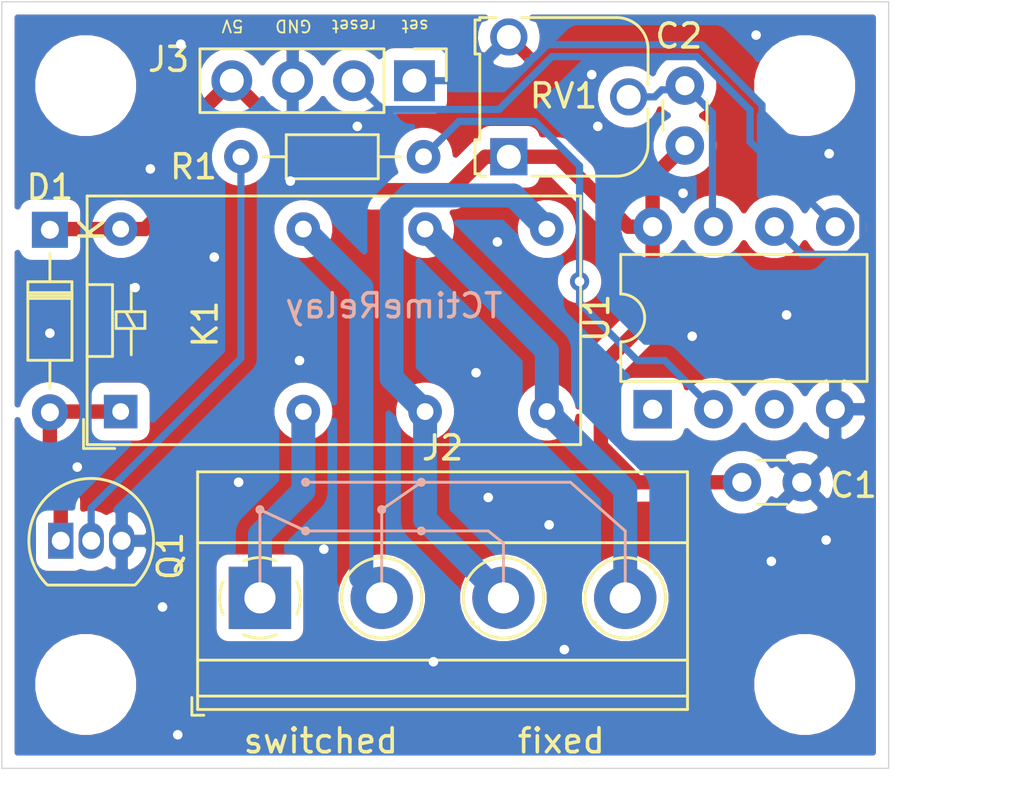
<source format=kicad_pcb>
(kicad_pcb (version 20171130) (host pcbnew "(5.1.12)-1")

  (general
    (thickness 1.6)
    (drawings 33)
    (tracks 111)
    (zones 0)
    (modules 14)
    (nets 15)
  )

  (page A4)
  (layers
    (0 F.Cu signal)
    (31 B.Cu signal)
    (32 B.Adhes user)
    (33 F.Adhes user)
    (34 B.Paste user)
    (35 F.Paste user)
    (36 B.SilkS user)
    (37 F.SilkS user)
    (38 B.Mask user)
    (39 F.Mask user)
    (40 Dwgs.User user)
    (41 Cmts.User user)
    (42 Eco1.User user)
    (43 Eco2.User user)
    (44 Edge.Cuts user)
    (45 Margin user)
    (46 B.CrtYd user)
    (47 F.CrtYd user)
    (48 B.Fab user)
    (49 F.Fab user hide)
  )

  (setup
    (last_trace_width 0.25)
    (user_trace_width 0.3)
    (user_trace_width 0.4)
    (user_trace_width 0.6)
    (user_trace_width 1)
    (trace_clearance 0.2)
    (zone_clearance 0.508)
    (zone_45_only no)
    (trace_min 0.2)
    (via_size 0.8)
    (via_drill 0.4)
    (via_min_size 0.4)
    (via_min_drill 0.3)
    (uvia_size 0.3)
    (uvia_drill 0.1)
    (uvias_allowed no)
    (uvia_min_size 0.2)
    (uvia_min_drill 0.1)
    (edge_width 0.05)
    (segment_width 0.2)
    (pcb_text_width 0.3)
    (pcb_text_size 1.5 1.5)
    (mod_edge_width 0.12)
    (mod_text_size 1 1)
    (mod_text_width 0.15)
    (pad_size 1.524 1.524)
    (pad_drill 0.762)
    (pad_to_mask_clearance 0)
    (aux_axis_origin 0 0)
    (visible_elements 7FFFFFFF)
    (pcbplotparams
      (layerselection 0x010fc_ffffffff)
      (usegerberextensions false)
      (usegerberattributes true)
      (usegerberadvancedattributes true)
      (creategerberjobfile true)
      (excludeedgelayer true)
      (linewidth 0.100000)
      (plotframeref false)
      (viasonmask false)
      (mode 1)
      (useauxorigin false)
      (hpglpennumber 1)
      (hpglpenspeed 20)
      (hpglpendiameter 15.000000)
      (psnegative false)
      (psa4output false)
      (plotreference true)
      (plotvalue true)
      (plotinvisibletext false)
      (padsonsilk false)
      (subtractmaskfromsilk false)
      (outputformat 1)
      (mirror false)
      (drillshape 0)
      (scaleselection 1)
      (outputdirectory ""))
  )

  (net 0 "")
  (net 1 "Net-(D1-Pad2)")
  (net 2 +5V)
  (net 3 /set)
  (net 4 /reset)
  (net 5 GND)
  (net 6 "Net-(J2-Pad2)")
  (net 7 "Net-(Q1-Pad2)")
  (net 8 /relay)
  (net 9 "Net-(U1-Pad3)")
  (net 10 "Net-(U1-Pad1)")
  (net 11 /timeDelay)
  (net 12 "Net-(J2-Pad1)")
  (net 13 "Net-(J2-Pad4)")
  (net 14 "Net-(J2-Pad3)")

  (net_class Default "This is the default net class."
    (clearance 0.2)
    (trace_width 0.25)
    (via_dia 0.8)
    (via_drill 0.4)
    (uvia_dia 0.3)
    (uvia_drill 0.1)
    (add_net +5V)
    (add_net /relay)
    (add_net /reset)
    (add_net /set)
    (add_net /timeDelay)
    (add_net GND)
    (add_net "Net-(D1-Pad2)")
    (add_net "Net-(J2-Pad1)")
    (add_net "Net-(J2-Pad2)")
    (add_net "Net-(J2-Pad3)")
    (add_net "Net-(J2-Pad4)")
    (add_net "Net-(Q1-Pad2)")
    (add_net "Net-(U1-Pad1)")
    (add_net "Net-(U1-Pad3)")
  )

  (module TerminalBlock_Phoenix:TerminalBlock_Phoenix_MKDS-1,5-4-5.08_1x04_P5.08mm_Horizontal (layer F.Cu) (tedit 5B294EBC) (tstamp 61E2F271)
    (at 128.27 -39.116)
    (descr "Terminal Block Phoenix MKDS-1,5-4-5.08, 4 pins, pitch 5.08mm, size 20.3x9.8mm^2, drill diamater 1.3mm, pad diameter 2.6mm, see http://www.farnell.com/datasheets/100425.pdf, script-generated using https://github.com/pointhi/kicad-footprint-generator/scripts/TerminalBlock_Phoenix")
    (tags "THT Terminal Block Phoenix MKDS-1,5-4-5.08 pitch 5.08mm size 20.3x9.8mm^2 drill 1.3mm pad 2.6mm")
    (path /61DCDA4D)
    (fp_text reference J2 (at 7.62 -6.26) (layer F.SilkS)
      (effects (font (size 1 1) (thickness 0.15)))
    )
    (fp_text value tracks (at 7.62 5.66) (layer F.Fab)
      (effects (font (size 1 1) (thickness 0.15)))
    )
    (fp_circle (center 0 0) (end 1.5 0) (layer F.Fab) (width 0.1))
    (fp_circle (center 5.08 0) (end 6.58 0) (layer F.Fab) (width 0.1))
    (fp_circle (center 5.08 0) (end 6.76 0) (layer F.SilkS) (width 0.12))
    (fp_circle (center 10.16 0) (end 11.66 0) (layer F.Fab) (width 0.1))
    (fp_circle (center 10.16 0) (end 11.84 0) (layer F.SilkS) (width 0.12))
    (fp_circle (center 15.24 0) (end 16.74 0) (layer F.Fab) (width 0.1))
    (fp_circle (center 15.24 0) (end 16.92 0) (layer F.SilkS) (width 0.12))
    (fp_line (start -2.54 -5.2) (end 17.78 -5.2) (layer F.Fab) (width 0.1))
    (fp_line (start 17.78 -5.2) (end 17.78 4.6) (layer F.Fab) (width 0.1))
    (fp_line (start 17.78 4.6) (end -2.04 4.6) (layer F.Fab) (width 0.1))
    (fp_line (start -2.04 4.6) (end -2.54 4.1) (layer F.Fab) (width 0.1))
    (fp_line (start -2.54 4.1) (end -2.54 -5.2) (layer F.Fab) (width 0.1))
    (fp_line (start -2.54 4.1) (end 17.78 4.1) (layer F.Fab) (width 0.1))
    (fp_line (start -2.6 4.1) (end 17.84 4.1) (layer F.SilkS) (width 0.12))
    (fp_line (start -2.54 2.6) (end 17.78 2.6) (layer F.Fab) (width 0.1))
    (fp_line (start -2.6 2.6) (end 17.84 2.6) (layer F.SilkS) (width 0.12))
    (fp_line (start -2.54 -2.3) (end 17.78 -2.3) (layer F.Fab) (width 0.1))
    (fp_line (start -2.6 -2.301) (end 17.84 -2.301) (layer F.SilkS) (width 0.12))
    (fp_line (start -2.6 -5.261) (end 17.84 -5.261) (layer F.SilkS) (width 0.12))
    (fp_line (start -2.6 4.66) (end 17.84 4.66) (layer F.SilkS) (width 0.12))
    (fp_line (start -2.6 -5.261) (end -2.6 4.66) (layer F.SilkS) (width 0.12))
    (fp_line (start 17.84 -5.261) (end 17.84 4.66) (layer F.SilkS) (width 0.12))
    (fp_line (start 1.138 -0.955) (end -0.955 1.138) (layer F.Fab) (width 0.1))
    (fp_line (start 0.955 -1.138) (end -1.138 0.955) (layer F.Fab) (width 0.1))
    (fp_line (start 6.218 -0.955) (end 4.126 1.138) (layer F.Fab) (width 0.1))
    (fp_line (start 6.035 -1.138) (end 3.943 0.955) (layer F.Fab) (width 0.1))
    (fp_line (start 6.355 -1.069) (end 6.308 -1.023) (layer F.SilkS) (width 0.12))
    (fp_line (start 4.046 1.239) (end 4.011 1.274) (layer F.SilkS) (width 0.12))
    (fp_line (start 6.15 -1.275) (end 6.115 -1.239) (layer F.SilkS) (width 0.12))
    (fp_line (start 3.853 1.023) (end 3.806 1.069) (layer F.SilkS) (width 0.12))
    (fp_line (start 11.298 -0.955) (end 9.206 1.138) (layer F.Fab) (width 0.1))
    (fp_line (start 11.115 -1.138) (end 9.023 0.955) (layer F.Fab) (width 0.1))
    (fp_line (start 11.435 -1.069) (end 11.388 -1.023) (layer F.SilkS) (width 0.12))
    (fp_line (start 9.126 1.239) (end 9.091 1.274) (layer F.SilkS) (width 0.12))
    (fp_line (start 11.23 -1.275) (end 11.195 -1.239) (layer F.SilkS) (width 0.12))
    (fp_line (start 8.933 1.023) (end 8.886 1.069) (layer F.SilkS) (width 0.12))
    (fp_line (start 16.378 -0.955) (end 14.286 1.138) (layer F.Fab) (width 0.1))
    (fp_line (start 16.195 -1.138) (end 14.103 0.955) (layer F.Fab) (width 0.1))
    (fp_line (start 16.515 -1.069) (end 16.468 -1.023) (layer F.SilkS) (width 0.12))
    (fp_line (start 14.206 1.239) (end 14.171 1.274) (layer F.SilkS) (width 0.12))
    (fp_line (start 16.31 -1.275) (end 16.275 -1.239) (layer F.SilkS) (width 0.12))
    (fp_line (start 14.013 1.023) (end 13.966 1.069) (layer F.SilkS) (width 0.12))
    (fp_line (start -2.84 4.16) (end -2.84 4.9) (layer F.SilkS) (width 0.12))
    (fp_line (start -2.84 4.9) (end -2.34 4.9) (layer F.SilkS) (width 0.12))
    (fp_line (start -3.04 -5.71) (end -3.04 5.1) (layer F.CrtYd) (width 0.05))
    (fp_line (start -3.04 5.1) (end 18.28 5.1) (layer F.CrtYd) (width 0.05))
    (fp_line (start 18.28 5.1) (end 18.28 -5.71) (layer F.CrtYd) (width 0.05))
    (fp_line (start 18.28 -5.71) (end -3.04 -5.71) (layer F.CrtYd) (width 0.05))
    (fp_text user %R (at 7.62 3.2) (layer F.Fab)
      (effects (font (size 1 1) (thickness 0.15)))
    )
    (fp_arc (start 0 0) (end -0.684 1.535) (angle -25) (layer F.SilkS) (width 0.12))
    (fp_arc (start 0 0) (end -1.535 -0.684) (angle -48) (layer F.SilkS) (width 0.12))
    (fp_arc (start 0 0) (end 0.684 -1.535) (angle -48) (layer F.SilkS) (width 0.12))
    (fp_arc (start 0 0) (end 1.535 0.684) (angle -48) (layer F.SilkS) (width 0.12))
    (fp_arc (start 0 0) (end 0 1.68) (angle -24) (layer F.SilkS) (width 0.12))
    (pad 4 thru_hole circle (at 15.24 0) (size 2.6 2.6) (drill 1.3) (layers *.Cu *.Mask)
      (net 13 "Net-(J2-Pad4)"))
    (pad 3 thru_hole circle (at 10.16 0) (size 2.6 2.6) (drill 1.3) (layers *.Cu *.Mask)
      (net 14 "Net-(J2-Pad3)"))
    (pad 2 thru_hole circle (at 5.08 0) (size 2.6 2.6) (drill 1.3) (layers *.Cu *.Mask)
      (net 6 "Net-(J2-Pad2)"))
    (pad 1 thru_hole rect (at 0 0) (size 2.6 2.6) (drill 1.3) (layers *.Cu *.Mask)
      (net 12 "Net-(J2-Pad1)"))
    (model ${KISYS3DMOD}/TerminalBlock_Phoenix.3dshapes/TerminalBlock_Phoenix_MKDS-1,5-4-5.08_1x04_P5.08mm_Horizontal.wrl
      (at (xyz 0 0 0))
      (scale (xyz 1 1 1))
      (rotate (xyz 0 0 0))
    )
  )

  (module MountingHole:MountingHole_3.2mm_M3 (layer F.Cu) (tedit 56D1B4CB) (tstamp 61E30FED)
    (at 151 -60.5)
    (descr "Mounting Hole 3.2mm, no annular, M3")
    (tags "mounting hole 3.2mm no annular m3")
    (attr virtual)
    (fp_text reference REF** (at 0 -4.2) (layer F.Fab)
      (effects (font (size 1 1) (thickness 0.15)))
    )
    (fp_text value MountingHole_3.2mm_M3 (at 0 4.2) (layer F.Fab)
      (effects (font (size 1 1) (thickness 0.15)))
    )
    (fp_circle (center 0 0) (end 3.45 0) (layer F.CrtYd) (width 0.05))
    (fp_circle (center 0 0) (end 3.2 0) (layer Cmts.User) (width 0.15))
    (fp_text user %R (at 0.3 0) (layer F.Fab)
      (effects (font (size 1 1) (thickness 0.15)))
    )
    (pad 1 np_thru_hole circle (at 0 0) (size 3.2 3.2) (drill 3.2) (layers *.Cu *.Mask))
  )

  (module MountingHole:MountingHole_3.2mm_M3 (layer F.Cu) (tedit 56D1B4CB) (tstamp 61E30FED)
    (at 121 -60.5)
    (descr "Mounting Hole 3.2mm, no annular, M3")
    (tags "mounting hole 3.2mm no annular m3")
    (attr virtual)
    (fp_text reference REF** (at 0 -4.2) (layer F.Fab)
      (effects (font (size 1 1) (thickness 0.15)))
    )
    (fp_text value MountingHole_3.2mm_M3 (at 0 4.2) (layer F.Fab)
      (effects (font (size 1 1) (thickness 0.15)))
    )
    (fp_circle (center 0 0) (end 3.45 0) (layer F.CrtYd) (width 0.05))
    (fp_circle (center 0 0) (end 3.2 0) (layer Cmts.User) (width 0.15))
    (fp_text user %R (at 0.3 0) (layer F.Fab)
      (effects (font (size 1 1) (thickness 0.15)))
    )
    (pad 1 np_thru_hole circle (at 0 0) (size 3.2 3.2) (drill 3.2) (layers *.Cu *.Mask))
  )

  (module MountingHole:MountingHole_3.2mm_M3 (layer F.Cu) (tedit 56D1B4CB) (tstamp 61E30157)
    (at 121 -35.5)
    (descr "Mounting Hole 3.2mm, no annular, M3")
    (tags "mounting hole 3.2mm no annular m3")
    (attr virtual)
    (fp_text reference REF** (at 0 -4.2) (layer F.Fab)
      (effects (font (size 1 1) (thickness 0.15)))
    )
    (fp_text value MountingHole_3.2mm_M3 (at 0 4.2) (layer F.Fab)
      (effects (font (size 1 1) (thickness 0.15)))
    )
    (fp_circle (center 0 0) (end 3.45 0) (layer F.CrtYd) (width 0.05))
    (fp_circle (center 0 0) (end 3.2 0) (layer Cmts.User) (width 0.15))
    (fp_text user %R (at 0.3 0) (layer F.Fab)
      (effects (font (size 1 1) (thickness 0.15)))
    )
    (pad 1 np_thru_hole circle (at 0 0) (size 3.2 3.2) (drill 3.2) (layers *.Cu *.Mask))
  )

  (module MountingHole:MountingHole_3.2mm_M3 (layer F.Cu) (tedit 56D1B4CB) (tstamp 61E30145)
    (at 151 -35.5)
    (descr "Mounting Hole 3.2mm, no annular, M3")
    (tags "mounting hole 3.2mm no annular m3")
    (attr virtual)
    (fp_text reference REF** (at 0 -4.2) (layer F.Fab)
      (effects (font (size 1 1) (thickness 0.15)))
    )
    (fp_text value MountingHole_3.2mm_M3 (at 0 4.2) (layer F.Fab)
      (effects (font (size 1 1) (thickness 0.15)))
    )
    (fp_circle (center 0 0) (end 3.45 0) (layer F.CrtYd) (width 0.05))
    (fp_circle (center 0 0) (end 3.2 0) (layer Cmts.User) (width 0.15))
    (fp_text user %R (at 0.3 0) (layer F.Fab)
      (effects (font (size 1 1) (thickness 0.15)))
    )
    (pad 1 np_thru_hole circle (at 0 0) (size 3.2 3.2) (drill 3.2) (layers *.Cu *.Mask))
  )

  (module Package_DIP:DIP-8_W7.62mm (layer F.Cu) (tedit 5A02E8C5) (tstamp 61E2EDB1)
    (at 144.653 -46.99 90)
    (descr "8-lead though-hole mounted DIP package, row spacing 7.62 mm (300 mils)")
    (tags "THT DIP DIL PDIP 2.54mm 7.62mm 300mil")
    (path /61DBF41C)
    (fp_text reference U1 (at 3.81 -2.33 90) (layer F.SilkS)
      (effects (font (size 1 1) (thickness 0.15)))
    )
    (fp_text value ATtiny45-20PU (at 3.81 9.95 90) (layer F.Fab)
      (effects (font (size 1 1) (thickness 0.15)))
    )
    (fp_line (start 8.7 -1.55) (end -1.1 -1.55) (layer F.CrtYd) (width 0.05))
    (fp_line (start 8.7 9.15) (end 8.7 -1.55) (layer F.CrtYd) (width 0.05))
    (fp_line (start -1.1 9.15) (end 8.7 9.15) (layer F.CrtYd) (width 0.05))
    (fp_line (start -1.1 -1.55) (end -1.1 9.15) (layer F.CrtYd) (width 0.05))
    (fp_line (start 6.46 -1.33) (end 4.81 -1.33) (layer F.SilkS) (width 0.12))
    (fp_line (start 6.46 8.95) (end 6.46 -1.33) (layer F.SilkS) (width 0.12))
    (fp_line (start 1.16 8.95) (end 6.46 8.95) (layer F.SilkS) (width 0.12))
    (fp_line (start 1.16 -1.33) (end 1.16 8.95) (layer F.SilkS) (width 0.12))
    (fp_line (start 2.81 -1.33) (end 1.16 -1.33) (layer F.SilkS) (width 0.12))
    (fp_line (start 0.635 -0.27) (end 1.635 -1.27) (layer F.Fab) (width 0.1))
    (fp_line (start 0.635 8.89) (end 0.635 -0.27) (layer F.Fab) (width 0.1))
    (fp_line (start 6.985 8.89) (end 0.635 8.89) (layer F.Fab) (width 0.1))
    (fp_line (start 6.985 -1.27) (end 6.985 8.89) (layer F.Fab) (width 0.1))
    (fp_line (start 1.635 -1.27) (end 6.985 -1.27) (layer F.Fab) (width 0.1))
    (fp_text user %R (at 3.81 3.81 90) (layer F.Fab)
      (effects (font (size 1 1) (thickness 0.15)))
    )
    (fp_arc (start 3.81 -1.33) (end 2.81 -1.33) (angle -180) (layer F.SilkS) (width 0.12))
    (pad 8 thru_hole oval (at 7.62 0 90) (size 1.6 1.6) (drill 0.8) (layers *.Cu *.Mask)
      (net 2 +5V))
    (pad 4 thru_hole oval (at 0 7.62 90) (size 1.6 1.6) (drill 0.8) (layers *.Cu *.Mask)
      (net 5 GND))
    (pad 7 thru_hole oval (at 7.62 2.54 90) (size 1.6 1.6) (drill 0.8) (layers *.Cu *.Mask)
      (net 11 /timeDelay))
    (pad 3 thru_hole oval (at 0 5.08 90) (size 1.6 1.6) (drill 0.8) (layers *.Cu *.Mask)
      (net 9 "Net-(U1-Pad3)"))
    (pad 6 thru_hole oval (at 7.62 5.08 90) (size 1.6 1.6) (drill 0.8) (layers *.Cu *.Mask)
      (net 3 /set))
    (pad 2 thru_hole oval (at 0 2.54 90) (size 1.6 1.6) (drill 0.8) (layers *.Cu *.Mask)
      (net 8 /relay))
    (pad 5 thru_hole oval (at 7.62 7.62 90) (size 1.6 1.6) (drill 0.8) (layers *.Cu *.Mask)
      (net 4 /reset))
    (pad 1 thru_hole rect (at 0 0 90) (size 1.6 1.6) (drill 0.8) (layers *.Cu *.Mask)
      (net 10 "Net-(U1-Pad1)"))
    (model ${KISYS3DMOD}/Package_DIP.3dshapes/DIP-8_W7.62mm.wrl
      (at (xyz 0 0 0))
      (scale (xyz 1 1 1))
      (rotate (xyz 0 0 0))
    )
  )

  (module Potentiometer_THT:Potentiometer_Runtron_RM-065_Vertical (layer F.Cu) (tedit 5BF6754C) (tstamp 61E2ED95)
    (at 138.653 -57.531 90)
    (descr "Potentiometer, vertical, Trimmer, RM-065 http://www.runtron.com/down/PDF%20Datasheet/Carbon%20Film%20Potentiometer/RM065%20RM063.pdf")
    (tags "Potentiometer Trimmer RM-065")
    (path /61DC27C0)
    (fp_text reference RV1 (at 2.54 2.286 180) (layer F.SilkS)
      (effects (font (size 1 1) (thickness 0.15)))
    )
    (fp_text value R_POT (at 2.6 7.4 90) (layer F.Fab)
      (effects (font (size 1 1) (thickness 0.15)))
    )
    (fp_line (start -0.71 -1.41) (end 0.71 -1.41) (layer F.SilkS) (width 0.12))
    (fp_line (start 0.71 -1.21) (end 4.29 -1.21) (layer F.SilkS) (width 0.12))
    (fp_line (start 4.29 -1.21) (end 4.29 -1.41) (layer F.SilkS) (width 0.12))
    (fp_line (start 4.29 -1.41) (end 5.71 -1.41) (layer F.SilkS) (width 0.12))
    (fp_line (start 5.71 -1.41) (end 5.71 -1.21) (layer F.SilkS) (width 0.12))
    (fp_line (start 1.99 5.81) (end 0.5 5.81) (layer F.SilkS) (width 0.12))
    (fp_line (start -0.81 4.5) (end -0.81 0.96) (layer F.SilkS) (width 0.12))
    (fp_line (start 5.81 0.52) (end 5.81 4.5) (layer F.SilkS) (width 0.12))
    (fp_line (start 4.5 5.81) (end 3.01 5.81) (layer F.SilkS) (width 0.12))
    (fp_line (start 0.5 5.7) (end 4.5 5.7) (layer F.Fab) (width 0.1))
    (fp_line (start 5.7 4.5) (end 5.7 -1.1) (layer F.Fab) (width 0.1))
    (fp_line (start -0.7 4.5) (end -0.7 -1.1) (layer F.Fab) (width 0.1))
    (fp_line (start -0.6 -1.1) (end -0.6 -1.3) (layer F.Fab) (width 0.1))
    (fp_line (start -0.6 -1.3) (end 0.6 -1.3) (layer F.Fab) (width 0.1))
    (fp_line (start 0.6 -1.3) (end 0.6 -1.1) (layer F.Fab) (width 0.1))
    (fp_line (start 5.6 -1.1) (end 5.6 -1.3) (layer F.Fab) (width 0.1))
    (fp_line (start 5.6 -1.3) (end 4.41 -1.3) (layer F.Fab) (width 0.1))
    (fp_line (start 4.4 -1.3) (end 4.4 -1.1) (layer F.Fab) (width 0.1))
    (fp_line (start 5.7 -1.1) (end -0.7 -1.1) (layer F.Fab) (width 0.1))
    (fp_line (start 6.05 6.03) (end -1.05 6.03) (layer F.CrtYd) (width 0.05))
    (fp_line (start 6.03 6.05) (end 6.03 -1.55) (layer F.CrtYd) (width 0.05))
    (fp_line (start -1.03 -1.55) (end -1.03 6.05) (layer F.CrtYd) (width 0.05))
    (fp_line (start -1.03 -1.55) (end 6.03 -1.55) (layer F.CrtYd) (width 0.05))
    (fp_circle (center 2.5 2.5) (end 5.5 2.5) (layer F.Fab) (width 0.1))
    (fp_line (start 0.71 -1.21) (end 0.71 -1.41) (layer F.SilkS) (width 0.12))
    (fp_line (start -0.71 -1.41) (end -0.71 -1.21) (layer F.SilkS) (width 0.12))
    (fp_line (start -0.71 -1.21) (end -0.81 -1.21) (layer F.SilkS) (width 0.12))
    (fp_line (start -0.81 -1.21) (end -0.81 -0.96) (layer F.SilkS) (width 0.12))
    (fp_line (start 5.71 -1.21) (end 5.81 -1.21) (layer F.SilkS) (width 0.12))
    (fp_line (start 5.81 -1.21) (end 5.81 -0.52) (layer F.SilkS) (width 0.12))
    (fp_text user %R (at 2.5 2.5 90) (layer F.Fab)
      (effects (font (size 1 1) (thickness 0.15)))
    )
    (fp_arc (start 4.5 4.5) (end 4.5 5.7) (angle -90) (layer F.Fab) (width 0.1))
    (fp_arc (start 0.5 4.5) (end -0.7 4.5) (angle -90) (layer F.Fab) (width 0.1))
    (fp_arc (start 0.5 4.5) (end -0.81 4.5) (angle -90) (layer F.SilkS) (width 0.12))
    (fp_arc (start 4.5 4.5) (end 4.5 5.81) (angle -90) (layer F.SilkS) (width 0.12))
    (pad 2 thru_hole circle (at 2.5 5 90) (size 1.55 1.55) (drill 1) (layers *.Cu *.Mask)
      (net 11 /timeDelay))
    (pad 1 thru_hole rect (at 0 0 90) (size 1.55 1.55) (drill 1) (layers *.Cu *.Mask)
      (net 2 +5V))
    (pad 3 thru_hole circle (at 5 0 90) (size 1.55 1.55) (drill 1) (layers *.Cu *.Mask)
      (net 5 GND))
    (model ${KISYS3DMOD}/Potentiometer_THT.3dshapes/Potentiometer_Runtron_RM-065_Vertical.wrl
      (at (xyz 0 0 0))
      (scale (xyz 1 1 1))
      (rotate (xyz 0 0 0))
    )
  )

  (module Resistor_THT:R_Axial_DIN0204_L3.6mm_D1.6mm_P7.62mm_Horizontal (layer F.Cu) (tedit 5AE5139B) (tstamp 61E2ED6B)
    (at 127.477 -57.531)
    (descr "Resistor, Axial_DIN0204 series, Axial, Horizontal, pin pitch=7.62mm, 0.167W, length*diameter=3.6*1.6mm^2, http://cdn-reichelt.de/documents/datenblatt/B400/1_4W%23YAG.pdf")
    (tags "Resistor Axial_DIN0204 series Axial Horizontal pin pitch 7.62mm 0.167W length 3.6mm diameter 1.6mm")
    (path /61DC726F)
    (fp_text reference R1 (at -1.977 0.42) (layer F.SilkS)
      (effects (font (size 1 1) (thickness 0.15)))
    )
    (fp_text value R (at 3.81 1.92) (layer F.Fab)
      (effects (font (size 1 1) (thickness 0.15)))
    )
    (fp_line (start 8.57 -1.05) (end -0.95 -1.05) (layer F.CrtYd) (width 0.05))
    (fp_line (start 8.57 1.05) (end 8.57 -1.05) (layer F.CrtYd) (width 0.05))
    (fp_line (start -0.95 1.05) (end 8.57 1.05) (layer F.CrtYd) (width 0.05))
    (fp_line (start -0.95 -1.05) (end -0.95 1.05) (layer F.CrtYd) (width 0.05))
    (fp_line (start 6.68 0) (end 5.73 0) (layer F.SilkS) (width 0.12))
    (fp_line (start 0.94 0) (end 1.89 0) (layer F.SilkS) (width 0.12))
    (fp_line (start 5.73 -0.92) (end 1.89 -0.92) (layer F.SilkS) (width 0.12))
    (fp_line (start 5.73 0.92) (end 5.73 -0.92) (layer F.SilkS) (width 0.12))
    (fp_line (start 1.89 0.92) (end 5.73 0.92) (layer F.SilkS) (width 0.12))
    (fp_line (start 1.89 -0.92) (end 1.89 0.92) (layer F.SilkS) (width 0.12))
    (fp_line (start 7.62 0) (end 5.61 0) (layer F.Fab) (width 0.1))
    (fp_line (start 0 0) (end 2.01 0) (layer F.Fab) (width 0.1))
    (fp_line (start 5.61 -0.8) (end 2.01 -0.8) (layer F.Fab) (width 0.1))
    (fp_line (start 5.61 0.8) (end 5.61 -0.8) (layer F.Fab) (width 0.1))
    (fp_line (start 2.01 0.8) (end 5.61 0.8) (layer F.Fab) (width 0.1))
    (fp_line (start 2.01 -0.8) (end 2.01 0.8) (layer F.Fab) (width 0.1))
    (fp_text user %R (at 3.81 0) (layer F.Fab)
      (effects (font (size 0.72 0.72) (thickness 0.108)))
    )
    (pad 2 thru_hole oval (at 7.62 0) (size 1.4 1.4) (drill 0.7) (layers *.Cu *.Mask)
      (net 8 /relay))
    (pad 1 thru_hole circle (at 0 0) (size 1.4 1.4) (drill 0.7) (layers *.Cu *.Mask)
      (net 7 "Net-(Q1-Pad2)"))
    (model ${KISYS3DMOD}/Resistor_THT.3dshapes/R_Axial_DIN0204_L3.6mm_D1.6mm_P7.62mm_Horizontal.wrl
      (at (xyz 0 0 0))
      (scale (xyz 1 1 1))
      (rotate (xyz 0 0 0))
    )
  )

  (module Package_TO_SOT_THT:TO-92_Inline (layer F.Cu) (tedit 5A1DD157) (tstamp 61E2ED54)
    (at 119.96 -41.5)
    (descr "TO-92 leads in-line, narrow, oval pads, drill 0.75mm (see NXP sot054_po.pdf)")
    (tags "to-92 sc-43 sc-43a sot54 PA33 transistor")
    (path /61DC4FA6)
    (fp_text reference Q1 (at 4.572 0.635 90) (layer F.SilkS)
      (effects (font (size 1 1) (thickness 0.15)))
    )
    (fp_text value BC547 (at 1.27 2.79) (layer F.Fab)
      (effects (font (size 1 1) (thickness 0.15)))
    )
    (fp_line (start 4 2.01) (end -1.46 2.01) (layer F.CrtYd) (width 0.05))
    (fp_line (start 4 2.01) (end 4 -2.73) (layer F.CrtYd) (width 0.05))
    (fp_line (start -1.46 -2.73) (end -1.46 2.01) (layer F.CrtYd) (width 0.05))
    (fp_line (start -1.46 -2.73) (end 4 -2.73) (layer F.CrtYd) (width 0.05))
    (fp_line (start -0.5 1.75) (end 3 1.75) (layer F.Fab) (width 0.1))
    (fp_line (start -0.53 1.85) (end 3.07 1.85) (layer F.SilkS) (width 0.12))
    (fp_arc (start 1.27 0) (end 1.27 -2.6) (angle 135) (layer F.SilkS) (width 0.12))
    (fp_arc (start 1.27 0) (end 1.27 -2.48) (angle -135) (layer F.Fab) (width 0.1))
    (fp_arc (start 1.27 0) (end 1.27 -2.6) (angle -135) (layer F.SilkS) (width 0.12))
    (fp_arc (start 1.27 0) (end 1.27 -2.48) (angle 135) (layer F.Fab) (width 0.1))
    (fp_text user %R (at 1.27 -3.56) (layer F.Fab)
      (effects (font (size 1 1) (thickness 0.15)))
    )
    (pad 1 thru_hole rect (at 0 0) (size 1.05 1.5) (drill 0.75) (layers *.Cu *.Mask)
      (net 1 "Net-(D1-Pad2)"))
    (pad 3 thru_hole oval (at 2.54 0) (size 1.05 1.5) (drill 0.75) (layers *.Cu *.Mask)
      (net 5 GND))
    (pad 2 thru_hole oval (at 1.27 0) (size 1.05 1.5) (drill 0.75) (layers *.Cu *.Mask)
      (net 7 "Net-(Q1-Pad2)"))
    (model ${KISYS3DMOD}/Package_TO_SOT_THT.3dshapes/TO-92_Inline.wrl
      (at (xyz 0 0 0))
      (scale (xyz 1 1 1))
      (rotate (xyz 0 0 0))
    )
  )

  (module Relay_THT:Relay_DPDT_Omron_G5V-2 (layer F.Cu) (tedit 5E9CCD3D) (tstamp 61E2ED42)
    (at 122.46 -46.893 90)
    (descr http://omronfs.omron.com/en_US/ecb/products/pdf/en-g5v2.pdf)
    (tags "Omron G5V-2 Relay DPDT")
    (path /61DC1202)
    (fp_text reference K1 (at 3.653 3.524 90) (layer F.SilkS)
      (effects (font (size 1 1) (thickness 0.15)))
    )
    (fp_text value G5V-2 (at 3.81 20.5 90) (layer F.Fab)
      (effects (font (size 1 1) (thickness 0.15)))
    )
    (fp_line (start -1.48 -1.5) (end -1.48 19.3) (layer F.CrtYd) (width 0.05))
    (fp_line (start 4.17 -0.19) (end 3.47 -0.19) (layer F.SilkS) (width 0.12))
    (fp_line (start 4.17 1.01) (end 4.17 -0.19) (layer F.SilkS) (width 0.12))
    (fp_line (start 3.47 1.01) (end 4.17 1.01) (layer F.SilkS) (width 0.12))
    (fp_line (start 3.47 -0.19) (end 3.47 1.01) (layer F.SilkS) (width 0.12))
    (fp_line (start 3.47 0.61) (end 4.17 0.21) (layer F.SilkS) (width 0.12))
    (fp_line (start 4.17 0.44) (end 5.27 0.44) (layer F.SilkS) (width 0.12))
    (fp_line (start 3.47 0.44) (end 2.37 0.44) (layer F.SilkS) (width 0.12))
    (fp_line (start 9.1 -1.5) (end 9.1 19.3) (layer F.CrtYd) (width 0.05))
    (fp_line (start -1.48 -1.5) (end 9.1 -1.5) (layer F.CrtYd) (width 0.05))
    (fp_line (start 9.1 19.3) (end -1.48 19.3) (layer F.CrtYd) (width 0.05))
    (fp_line (start 5.3 -0.34) (end 5.3 -1.4) (layer F.SilkS) (width 0.12))
    (fp_line (start 2.3 -0.34) (end 5.3 -0.34) (layer F.SilkS) (width 0.12))
    (fp_line (start 2.3 -1.4) (end 2.3 -0.36) (layer F.SilkS) (width 0.12))
    (fp_line (start 9 -1.4) (end -1.38 -1.4) (layer F.SilkS) (width 0.12))
    (fp_line (start 9 19.19) (end 9 -1.4) (layer F.SilkS) (width 0.12))
    (fp_line (start -1.38 19.19) (end 9 19.19) (layer F.SilkS) (width 0.12))
    (fp_line (start -1.38 -1.4) (end -1.38 19.19) (layer F.SilkS) (width 0.12))
    (fp_line (start 8.86 19.04) (end 8.86 -1.26) (layer F.Fab) (width 0.1))
    (fp_line (start -1.24 19.04) (end 8.86 19.04) (layer F.Fab) (width 0.1))
    (fp_line (start -1.24 -0.25) (end -1.24 19.04) (layer F.Fab) (width 0.1))
    (fp_line (start 8.86 -1.26) (end -0.33 -1.26) (layer F.Fab) (width 0.1))
    (fp_line (start -1.24 -0.25) (end -0.33 -1.26) (layer F.Fab) (width 0.1))
    (fp_line (start -1.54 -0.25) (end -1.54 -1.55) (layer F.SilkS) (width 0.12))
    (fp_line (start -1.54 -1.55) (end -0.33 -1.55) (layer F.SilkS) (width 0.12))
    (fp_text user %R (at 3.94 9.16 90) (layer F.Fab)
      (effects (font (size 1 1) (thickness 0.15)))
    )
    (pad 13 thru_hole circle (at 7.62 7.62 90) (size 1.4 1.4) (drill 0.7) (layers *.Cu *.Mask)
      (net 6 "Net-(J2-Pad2)"))
    (pad 9 thru_hole circle (at 7.62 17.78 90) (size 1.4 1.4) (drill 0.7) (layers *.Cu *.Mask)
      (net 14 "Net-(J2-Pad3)"))
    (pad 11 thru_hole circle (at 7.62 12.7 90) (size 1.4 1.4) (drill 0.7) (layers *.Cu *.Mask)
      (net 13 "Net-(J2-Pad4)"))
    (pad 4 thru_hole circle (at 0 7.62 90) (size 1.4 1.4) (drill 0.7) (layers *.Cu *.Mask)
      (net 12 "Net-(J2-Pad1)"))
    (pad 8 thru_hole circle (at 0 17.78 90) (size 1.4 1.4) (drill 0.7) (layers *.Cu *.Mask)
      (net 13 "Net-(J2-Pad4)"))
    (pad 6 thru_hole circle (at 0 12.7 90) (size 1.4 1.4) (drill 0.7) (layers *.Cu *.Mask)
      (net 14 "Net-(J2-Pad3)"))
    (pad 16 thru_hole circle (at 7.62 0 90) (size 1.4 1.4) (drill 0.7) (layers *.Cu *.Mask)
      (net 2 +5V))
    (pad 1 thru_hole rect (at 0 0 90) (size 1.4 1.4) (drill 0.7) (layers *.Cu *.Mask)
      (net 1 "Net-(D1-Pad2)"))
    (model ${KISYS3DMOD}/Relay_THT.3dshapes/Relay_DPDT_Omron_G5V-2.wrl
      (at (xyz 0 0 0))
      (scale (xyz 1 1 1))
      (rotate (xyz 0 0 0))
    )
  )

  (module Connector_PinHeader_2.54mm:PinHeader_1x04_P2.54mm_Vertical (layer F.Cu) (tedit 59FED5CC) (tstamp 61E2ED1C)
    (at 134.716 -60.706 270)
    (descr "Through hole straight pin header, 1x04, 2.54mm pitch, single row")
    (tags "Through hole pin header THT 1x04 2.54mm single row")
    (path /621C460E)
    (fp_text reference J3 (at -0.889 10.256 180) (layer F.SilkS)
      (effects (font (size 1 1) (thickness 0.15)))
    )
    (fp_text value conn (at 0 9.95 90) (layer F.Fab)
      (effects (font (size 1 1) (thickness 0.15)))
    )
    (fp_line (start 1.8 -1.8) (end -1.8 -1.8) (layer F.CrtYd) (width 0.05))
    (fp_line (start 1.8 9.4) (end 1.8 -1.8) (layer F.CrtYd) (width 0.05))
    (fp_line (start -1.8 9.4) (end 1.8 9.4) (layer F.CrtYd) (width 0.05))
    (fp_line (start -1.8 -1.8) (end -1.8 9.4) (layer F.CrtYd) (width 0.05))
    (fp_line (start -1.33 -1.33) (end 0 -1.33) (layer F.SilkS) (width 0.12))
    (fp_line (start -1.33 0) (end -1.33 -1.33) (layer F.SilkS) (width 0.12))
    (fp_line (start -1.33 1.27) (end 1.33 1.27) (layer F.SilkS) (width 0.12))
    (fp_line (start 1.33 1.27) (end 1.33 8.95) (layer F.SilkS) (width 0.12))
    (fp_line (start -1.33 1.27) (end -1.33 8.95) (layer F.SilkS) (width 0.12))
    (fp_line (start -1.33 8.95) (end 1.33 8.95) (layer F.SilkS) (width 0.12))
    (fp_line (start -1.27 -0.635) (end -0.635 -1.27) (layer F.Fab) (width 0.1))
    (fp_line (start -1.27 8.89) (end -1.27 -0.635) (layer F.Fab) (width 0.1))
    (fp_line (start 1.27 8.89) (end -1.27 8.89) (layer F.Fab) (width 0.1))
    (fp_line (start 1.27 -1.27) (end 1.27 8.89) (layer F.Fab) (width 0.1))
    (fp_line (start -0.635 -1.27) (end 1.27 -1.27) (layer F.Fab) (width 0.1))
    (fp_text user %R (at 0 3.81) (layer F.Fab)
      (effects (font (size 1 1) (thickness 0.15)))
    )
    (pad 4 thru_hole oval (at 0 7.62 270) (size 1.7 1.7) (drill 1) (layers *.Cu *.Mask)
      (net 2 +5V))
    (pad 3 thru_hole oval (at 0 5.08 270) (size 1.7 1.7) (drill 1) (layers *.Cu *.Mask)
      (net 5 GND))
    (pad 2 thru_hole oval (at 0 2.54 270) (size 1.7 1.7) (drill 1) (layers *.Cu *.Mask)
      (net 4 /reset))
    (pad 1 thru_hole rect (at 0 0 270) (size 1.7 1.7) (drill 1) (layers *.Cu *.Mask)
      (net 3 /set))
    (model ${KISYS3DMOD}/Connector_PinHeader_2.54mm.3dshapes/PinHeader_1x04_P2.54mm_Vertical.wrl
      (at (xyz 0 0 0))
      (scale (xyz 1 1 1))
      (rotate (xyz 0 0 0))
    )
  )

  (module Diode_THT:D_DO-34_SOD68_P7.62mm_Horizontal (layer F.Cu) (tedit 5AE50CD5) (tstamp 61E2ECC4)
    (at 119.507 -54.483 270)
    (descr "Diode, DO-34_SOD68 series, Axial, Horizontal, pin pitch=7.62mm, , length*diameter=3.04*1.6mm^2, , https://www.nxp.com/docs/en/data-sheet/KTY83_SER.pdf")
    (tags "Diode DO-34_SOD68 series Axial Horizontal pin pitch 7.62mm  length 3.04mm diameter 1.6mm")
    (path /61DC5DB4)
    (fp_text reference D1 (at -1.778 0 180) (layer F.SilkS)
      (effects (font (size 1 1) (thickness 0.15)))
    )
    (fp_text value D (at 3.81 1.92 90) (layer F.Fab)
      (effects (font (size 1 1) (thickness 0.15)))
    )
    (fp_line (start 8.63 -1.05) (end -1 -1.05) (layer F.CrtYd) (width 0.05))
    (fp_line (start 8.63 1.05) (end 8.63 -1.05) (layer F.CrtYd) (width 0.05))
    (fp_line (start -1 1.05) (end 8.63 1.05) (layer F.CrtYd) (width 0.05))
    (fp_line (start -1 -1.05) (end -1 1.05) (layer F.CrtYd) (width 0.05))
    (fp_line (start 2.626 -0.92) (end 2.626 0.92) (layer F.SilkS) (width 0.12))
    (fp_line (start 2.866 -0.92) (end 2.866 0.92) (layer F.SilkS) (width 0.12))
    (fp_line (start 2.746 -0.92) (end 2.746 0.92) (layer F.SilkS) (width 0.12))
    (fp_line (start 6.63 0) (end 5.45 0) (layer F.SilkS) (width 0.12))
    (fp_line (start 0.99 0) (end 2.17 0) (layer F.SilkS) (width 0.12))
    (fp_line (start 5.45 -0.92) (end 2.17 -0.92) (layer F.SilkS) (width 0.12))
    (fp_line (start 5.45 0.92) (end 5.45 -0.92) (layer F.SilkS) (width 0.12))
    (fp_line (start 2.17 0.92) (end 5.45 0.92) (layer F.SilkS) (width 0.12))
    (fp_line (start 2.17 -0.92) (end 2.17 0.92) (layer F.SilkS) (width 0.12))
    (fp_line (start 2.646 -0.8) (end 2.646 0.8) (layer F.Fab) (width 0.1))
    (fp_line (start 2.846 -0.8) (end 2.846 0.8) (layer F.Fab) (width 0.1))
    (fp_line (start 2.746 -0.8) (end 2.746 0.8) (layer F.Fab) (width 0.1))
    (fp_line (start 7.62 0) (end 5.33 0) (layer F.Fab) (width 0.1))
    (fp_line (start 0 0) (end 2.29 0) (layer F.Fab) (width 0.1))
    (fp_line (start 5.33 -0.8) (end 2.29 -0.8) (layer F.Fab) (width 0.1))
    (fp_line (start 5.33 0.8) (end 5.33 -0.8) (layer F.Fab) (width 0.1))
    (fp_line (start 2.29 0.8) (end 5.33 0.8) (layer F.Fab) (width 0.1))
    (fp_line (start 2.29 -0.8) (end 2.29 0.8) (layer F.Fab) (width 0.1))
    (fp_text user K (at 0 -1.75 90) (layer F.SilkS)
      (effects (font (size 1 1) (thickness 0.15)))
    )
    (fp_text user K (at 0 -1.75 90) (layer F.Fab)
      (effects (font (size 1 1) (thickness 0.15)))
    )
    (fp_text user %R (at 4.038 0 90) (layer F.Fab)
      (effects (font (size 0.608 0.608) (thickness 0.0912)))
    )
    (pad 2 thru_hole oval (at 7.62 0 270) (size 1.5 1.5) (drill 0.75) (layers *.Cu *.Mask)
      (net 1 "Net-(D1-Pad2)"))
    (pad 1 thru_hole rect (at 0 0 270) (size 1.5 1.5) (drill 0.75) (layers *.Cu *.Mask)
      (net 2 +5V))
    (model ${KISYS3DMOD}/Diode_THT.3dshapes/D_DO-34_SOD68_P7.62mm_Horizontal.wrl
      (at (xyz 0 0 0))
      (scale (xyz 1 1 1))
      (rotate (xyz 0 0 0))
    )
  )

  (module Capacitor_THT:C_Disc_D3.0mm_W1.6mm_P2.50mm (layer F.Cu) (tedit 5AE50EF0) (tstamp 61E2ECA5)
    (at 146 -58 90)
    (descr "C, Disc series, Radial, pin pitch=2.50mm, , diameter*width=3.0*1.6mm^2, Capacitor, http://www.vishay.com/docs/45233/krseries.pdf")
    (tags "C Disc series Radial pin pitch 2.50mm  diameter 3.0mm width 1.6mm Capacitor")
    (path /61DC2EA8)
    (fp_text reference C2 (at 4.572 -0.254 180) (layer F.SilkS)
      (effects (font (size 1 1) (thickness 0.15)))
    )
    (fp_text value C (at 1.25 2.05 90) (layer F.Fab)
      (effects (font (size 1 1) (thickness 0.15)))
    )
    (fp_line (start 3.55 -1.05) (end -1.05 -1.05) (layer F.CrtYd) (width 0.05))
    (fp_line (start 3.55 1.05) (end 3.55 -1.05) (layer F.CrtYd) (width 0.05))
    (fp_line (start -1.05 1.05) (end 3.55 1.05) (layer F.CrtYd) (width 0.05))
    (fp_line (start -1.05 -1.05) (end -1.05 1.05) (layer F.CrtYd) (width 0.05))
    (fp_line (start 0.621 0.92) (end 1.879 0.92) (layer F.SilkS) (width 0.12))
    (fp_line (start 0.621 -0.92) (end 1.879 -0.92) (layer F.SilkS) (width 0.12))
    (fp_line (start 2.75 -0.8) (end -0.25 -0.8) (layer F.Fab) (width 0.1))
    (fp_line (start 2.75 0.8) (end 2.75 -0.8) (layer F.Fab) (width 0.1))
    (fp_line (start -0.25 0.8) (end 2.75 0.8) (layer F.Fab) (width 0.1))
    (fp_line (start -0.25 -0.8) (end -0.25 0.8) (layer F.Fab) (width 0.1))
    (fp_text user %R (at 1.25 0 90) (layer F.Fab)
      (effects (font (size 0.6 0.6) (thickness 0.09)))
    )
    (pad 2 thru_hole circle (at 2.5 0 90) (size 1.6 1.6) (drill 0.8) (layers *.Cu *.Mask)
      (net 11 /timeDelay))
    (pad 1 thru_hole circle (at 0 0 90) (size 1.6 1.6) (drill 0.8) (layers *.Cu *.Mask)
      (net 2 +5V))
    (model ${KISYS3DMOD}/Capacitor_THT.3dshapes/C_Disc_D3.0mm_W1.6mm_P2.50mm.wrl
      (at (xyz 0 0 0))
      (scale (xyz 1 1 1))
      (rotate (xyz 0 0 0))
    )
  )

  (module Capacitor_THT:C_Disc_D3.0mm_W1.6mm_P2.50mm (layer F.Cu) (tedit 5AE50EF0) (tstamp 61E2EC94)
    (at 148.376 -43.942)
    (descr "C, Disc series, Radial, pin pitch=2.50mm, , diameter*width=3.0*1.6mm^2, Capacitor, http://www.vishay.com/docs/45233/krseries.pdf")
    (tags "C Disc series Radial pin pitch 2.50mm  diameter 3.0mm width 1.6mm Capacitor")
    (path /61DC94D8)
    (fp_text reference C1 (at 4.659 0.127) (layer F.SilkS)
      (effects (font (size 1 1) (thickness 0.15)))
    )
    (fp_text value C (at 1.25 2.05) (layer F.Fab)
      (effects (font (size 1 1) (thickness 0.15)))
    )
    (fp_line (start 3.55 -1.05) (end -1.05 -1.05) (layer F.CrtYd) (width 0.05))
    (fp_line (start 3.55 1.05) (end 3.55 -1.05) (layer F.CrtYd) (width 0.05))
    (fp_line (start -1.05 1.05) (end 3.55 1.05) (layer F.CrtYd) (width 0.05))
    (fp_line (start -1.05 -1.05) (end -1.05 1.05) (layer F.CrtYd) (width 0.05))
    (fp_line (start 0.621 0.92) (end 1.879 0.92) (layer F.SilkS) (width 0.12))
    (fp_line (start 0.621 -0.92) (end 1.879 -0.92) (layer F.SilkS) (width 0.12))
    (fp_line (start 2.75 -0.8) (end -0.25 -0.8) (layer F.Fab) (width 0.1))
    (fp_line (start 2.75 0.8) (end 2.75 -0.8) (layer F.Fab) (width 0.1))
    (fp_line (start -0.25 0.8) (end 2.75 0.8) (layer F.Fab) (width 0.1))
    (fp_line (start -0.25 -0.8) (end -0.25 0.8) (layer F.Fab) (width 0.1))
    (fp_text user %R (at 1.25 0) (layer F.Fab)
      (effects (font (size 0.6 0.6) (thickness 0.09)))
    )
    (pad 2 thru_hole circle (at 2.5 0) (size 1.6 1.6) (drill 0.8) (layers *.Cu *.Mask)
      (net 5 GND))
    (pad 1 thru_hole circle (at 0 0) (size 1.6 1.6) (drill 0.8) (layers *.Cu *.Mask)
      (net 2 +5V))
    (model ${KISYS3DMOD}/Capacitor_THT.3dshapes/C_Disc_D3.0mm_W1.6mm_P2.50mm.wrl
      (at (xyz 0 0 0))
      (scale (xyz 1 1 1))
      (rotate (xyz 0 0 0))
    )
  )

  (gr_line (start 141.224 -43.942) (end 130.556 -43.942) (layer B.SilkS) (width 0.12) (tstamp 61E2D400))
  (gr_line (start 143.51 -41.91) (end 141.224 -43.942) (layer B.SilkS) (width 0.12))
  (gr_line (start 143.51 -39.37) (end 143.51 -41.91) (layer B.SilkS) (width 0.12))
  (gr_line (start 137.795 -41.91) (end 130.556 -41.91) (layer B.SilkS) (width 0.12) (tstamp 61E2D3FE))
  (gr_line (start 138.43 -41.402) (end 137.795 -41.91) (layer B.SilkS) (width 0.12))
  (gr_line (start 138.43 -39.116) (end 138.43 -41.402) (layer B.SilkS) (width 0.12))
  (gr_line (start 128.27 -42.799) (end 130.175 -41.91) (layer B.SilkS) (width 0.12) (tstamp 61E2D3FC))
  (gr_line (start 133.35 -42.799) (end 135.001 -43.942) (layer B.SilkS) (width 0.12) (tstamp 61E2D3FB))
  (gr_circle (center 135.001 -43.942) (end 135.001 -43.815) (layer B.SilkS) (width 0.12))
  (gr_circle (center 135.001 -41.91) (end 135.001 -42.037) (layer B.SilkS) (width 0.12))
  (gr_circle (center 133.35 -42.799) (end 133.35 -42.926) (layer B.SilkS) (width 0.12))
  (gr_circle (center 130.175 -41.91) (end 130.175 -42.037) (layer B.SilkS) (width 0.12))
  (gr_circle (center 128.27 -42.799) (end 128.27 -42.926) (layer B.SilkS) (width 0.12))
  (gr_circle (center 130.175 -43.942) (end 130.175 -43.815) (layer B.SilkS) (width 0.12))
  (gr_line (start 130.302 -41.91) (end 130.175 -41.91) (layer B.SilkS) (width 0.12))
  (gr_line (start 130.556 -41.91) (end 130.302 -41.91) (layer B.SilkS) (width 0.12))
  (gr_line (start 130.556 -43.942) (end 130.175 -43.942) (layer B.SilkS) (width 0.12) (tstamp 61E2D3F9))
  (gr_line (start 128.27 -42.799) (end 128.27 -39.243) (layer B.SilkS) (width 0.12))
  (gr_line (start 133.35 -39.243) (end 133.35 -42.799) (layer B.SilkS) (width 0.12) (tstamp 61E2D3F8))
  (gr_text fixed (at 140.843 -33.147) (layer F.SilkS)
    (effects (font (size 1 1) (thickness 0.15)))
  )
  (gr_text switched (at 130.81 -33.147) (layer F.SilkS)
    (effects (font (size 1 1) (thickness 0.15)))
  )
  (gr_text TCtimeRelay (at 133.858 -51.308) (layer B.SilkS)
    (effects (font (size 1 1) (thickness 0.15)) (justify mirror))
  )
  (dimension 32 (width 0.15) (layer Dwgs.User)
    (gr_text "32.000 mm" (at 158.8 -48 90) (layer Dwgs.User)
      (effects (font (size 1 1) (thickness 0.15)))
    )
    (feature1 (pts (xy 154.5 -64) (xy 158.086421 -64)))
    (feature2 (pts (xy 154.5 -32) (xy 158.086421 -32)))
    (crossbar (pts (xy 157.5 -32) (xy 157.5 -64)))
    (arrow1a (pts (xy 157.5 -64) (xy 158.086421 -62.873496)))
    (arrow1b (pts (xy 157.5 -64) (xy 156.913579 -62.873496)))
    (arrow2a (pts (xy 157.5 -32) (xy 158.086421 -33.126504)))
    (arrow2b (pts (xy 157.5 -32) (xy 156.913579 -33.126504)))
  )
  (dimension 37 (width 0.15) (layer Dwgs.User)
    (gr_text "37.000 mm" (at 136 -29.700001) (layer Dwgs.User)
      (effects (font (size 1 1) (thickness 0.15)))
    )
    (feature1 (pts (xy 154.5 -32) (xy 154.5 -30.41358)))
    (feature2 (pts (xy 117.5 -32) (xy 117.5 -30.41358)))
    (crossbar (pts (xy 117.5 -31.000001) (xy 154.5 -31.000001)))
    (arrow1a (pts (xy 154.5 -31.000001) (xy 153.373496 -30.41358)))
    (arrow1b (pts (xy 154.5 -31.000001) (xy 153.373496 -31.586422)))
    (arrow2a (pts (xy 117.5 -31.000001) (xy 118.626504 -30.41358)))
    (arrow2b (pts (xy 117.5 -31.000001) (xy 118.626504 -31.586422)))
  )
  (gr_line (start 154.5 -32) (end 117.5 -32) (layer Edge.Cuts) (width 0.05) (tstamp 61E2C8EE))
  (gr_line (start 154.5 -32.5) (end 154.5 -32) (layer Edge.Cuts) (width 0.05))
  (gr_line (start 154.5 -64) (end 154.5 -32.5) (layer Edge.Cuts) (width 0.05))
  (gr_line (start 117.5 -64) (end 154.5 -64) (layer Edge.Cuts) (width 0.05))
  (gr_line (start 117.5 -32) (end 117.5 -64) (layer Edge.Cuts) (width 0.05))
  (gr_text 5V (at 127.127 -62.992 180) (layer F.SilkS)
    (effects (font (size 0.5 0.5) (thickness 0.075)))
  )
  (gr_text GND (at 129.667 -62.992 180) (layer F.SilkS)
    (effects (font (size 0.5 0.5) (thickness 0.075)))
  )
  (gr_text reset (at 132.207 -62.992 180) (layer F.SilkS)
    (effects (font (size 0.5 0.5) (thickness 0.075)))
  )
  (gr_text set (at 134.747 -62.992 180) (layer F.SilkS) (tstamp 61E2D35D)
    (effects (font (size 0.5 0.5) (thickness 0.075)))
  )

  (segment (start 122.43 -46.863) (end 122.46 -46.893) (width 0.6) (layer F.Cu) (net 1))
  (segment (start 122.46 -46.893) (end 122.585 -46.893) (width 0.6) (layer F.Cu) (net 1))
  (segment (start 119.537 -46.893) (end 119.507 -46.863) (width 0.6) (layer F.Cu) (net 1))
  (segment (start 122.46 -46.893) (end 119.537 -46.893) (width 0.6) (layer F.Cu) (net 1))
  (segment (start 119.507 -46.863) (end 119.507 -43.561) (width 0.6) (layer F.Cu) (net 1))
  (segment (start 119.96 -43.108) (end 119.96 -41.5) (width 0.6) (layer F.Cu) (net 1))
  (segment (start 119.507 -43.561) (end 119.96 -43.108) (width 0.6) (layer F.Cu) (net 1))
  (segment (start 138.653 -57.531) (end 140.716 -57.531) (width 0.6) (layer F.Cu) (net 2))
  (segment (start 143.637 -54.61) (end 144.653 -54.61) (width 0.6) (layer F.Cu) (net 2))
  (segment (start 140.716 -57.531) (end 143.637 -54.61) (width 0.6) (layer F.Cu) (net 2))
  (segment (start 144.653 -56.653) (end 146 -58) (width 0.6) (layer F.Cu) (net 2))
  (segment (start 144.653 -54.61) (end 144.653 -56.653) (width 0.6) (layer F.Cu) (net 2))
  (segment (start 144.653 -54.61) (end 144.653 -50.927) (width 0.6) (layer F.Cu) (net 2))
  (segment (start 144.653 -50.927) (end 142.494 -48.768) (width 0.6) (layer F.Cu) (net 2))
  (segment (start 142.494 -48.768) (end 142.494 -45.466) (width 0.6) (layer F.Cu) (net 2))
  (segment (start 144.018 -43.942) (end 148.376 -43.942) (width 0.6) (layer F.Cu) (net 2))
  (segment (start 142.494 -45.466) (end 144.018 -43.942) (width 0.6) (layer F.Cu) (net 2))
  (segment (start 123.474 -54.513) (end 125.476 -56.515) (width 0.6) (layer F.Cu) (net 2))
  (segment (start 122.46 -54.513) (end 123.474 -54.513) (width 0.6) (layer F.Cu) (net 2))
  (segment (start 119.537 -54.513) (end 119.507 -54.483) (width 0.6) (layer F.Cu) (net 2))
  (segment (start 122.46 -54.513) (end 119.537 -54.513) (width 0.6) (layer F.Cu) (net 2))
  (segment (start 137.668 -57.531) (end 138.653 -57.531) (width 0.6) (layer F.Cu) (net 2))
  (segment (start 136.271 -56.134) (end 137.668 -57.531) (width 0.6) (layer F.Cu) (net 2))
  (segment (start 132.938 -56.134) (end 136.271 -56.134) (width 0.6) (layer F.Cu) (net 2))
  (segment (start 125.476 -59.086) (end 127.096 -60.706) (width 0.6) (layer F.Cu) (net 2))
  (segment (start 125.476 -58.674) (end 125.476 -59.086) (width 0.6) (layer F.Cu) (net 2))
  (segment (start 125.476 -56.515) (end 125.476 -58.674) (width 0.6) (layer F.Cu) (net 2))
  (segment (start 130.2865 -57.5155) (end 131.5565 -57.5155) (width 0.6) (layer F.Cu) (net 2))
  (segment (start 127.096 -60.706) (end 130.2865 -57.5155) (width 0.6) (layer F.Cu) (net 2))
  (segment (start 131.5565 -57.5155) (end 132.938 -56.134) (width 0.6) (layer F.Cu) (net 2))
  (segment (start 138.73888 -60.706) (end 134.716 -60.706) (width 0.3) (layer B.Cu) (net 3))
  (segment (start 146.699111 -62.210011) (end 140.242891 -62.210011) (width 0.3) (layer B.Cu) (net 3))
  (segment (start 149.21701 -59.692112) (end 146.699111 -62.210011) (width 0.3) (layer B.Cu) (net 3))
  (segment (start 140.242891 -62.210011) (end 138.73888 -60.706) (width 0.3) (layer B.Cu) (net 3))
  (segment (start 149.21701 -59.367992) (end 149.21701 -59.692112) (width 0.3) (layer B.Cu) (net 3))
  (segment (start 150.883001 -53.459999) (end 152.825001 -53.459999) (width 0.3) (layer B.Cu) (net 3))
  (segment (start 149.733 -54.61) (end 150.883001 -53.459999) (width 0.3) (layer B.Cu) (net 3))
  (segment (start 152.825001 -53.459999) (end 153.423001 -54.057999) (width 0.3) (layer B.Cu) (net 3))
  (segment (start 153.423001 -54.057999) (end 153.423001 -55.162001) (width 0.3) (layer B.Cu) (net 3))
  (segment (start 153.423001 -55.162001) (end 149.21701 -59.367992) (width 0.3) (layer B.Cu) (net 3))
  (segment (start 146.492001 -61.710001) (end 148.717 -59.485002) (width 0.3) (layer B.Cu) (net 4))
  (segment (start 140.450001 -61.710001) (end 146.492001 -61.710001) (width 0.3) (layer B.Cu) (net 4))
  (segment (start 138.245999 -59.505999) (end 140.450001 -61.710001) (width 0.3) (layer B.Cu) (net 4))
  (segment (start 133.376001 -59.505999) (end 138.245999 -59.505999) (width 0.3) (layer B.Cu) (net 4))
  (segment (start 132.176 -60.706) (end 133.376001 -59.505999) (width 0.3) (layer B.Cu) (net 4))
  (segment (start 148.717 -58.166) (end 152.273 -54.61) (width 0.3) (layer B.Cu) (net 4))
  (segment (start 148.717 -59.485002) (end 148.717 -58.166) (width 0.3) (layer B.Cu) (net 4))
  (via (at 150.241 -50.927) (size 0.8) (drill 0.4) (layers F.Cu B.Cu) (net 5))
  (via (at 152.019 -57.658) (size 0.8) (drill 0.4) (layers F.Cu B.Cu) (net 5))
  (via (at 146.304 -50.038) (size 0.8) (drill 0.4) (layers F.Cu B.Cu) (net 5))
  (via (at 137.287 -48.514) (size 0.8) (drill 0.4) (layers F.Cu B.Cu) (net 5))
  (via (at 137.795 -43.307) (size 0.8) (drill 0.4) (layers F.Cu B.Cu) (net 5))
  (via (at 140.335 -42.164) (size 0.8) (drill 0.4) (layers F.Cu B.Cu) (net 5))
  (via (at 140.97 -36.957) (size 0.8) (drill 0.4) (layers F.Cu B.Cu) (net 5))
  (via (at 149.606 -40.64) (size 0.8) (drill 0.4) (layers F.Cu B.Cu) (net 5))
  (via (at 135.509 -36.449) (size 0.8) (drill 0.4) (layers F.Cu B.Cu) (net 5))
  (via (at 130.937 -41.148) (size 0.8) (drill 0.4) (layers F.Cu B.Cu) (net 5))
  (via (at 127.381 -43.942) (size 0.8) (drill 0.4) (layers F.Cu B.Cu) (net 5))
  (via (at 129.921 -49.022) (size 0.8) (drill 0.4) (layers F.Cu B.Cu) (net 5))
  (via (at 126.365 -53.34) (size 0.8) (drill 0.4) (layers F.Cu B.Cu) (net 5))
  (via (at 123.063 -52.07) (size 0.8) (drill 0.4) (layers F.Cu B.Cu) (net 5))
  (via (at 119.507 -50.165) (size 0.8) (drill 0.4) (layers F.Cu B.Cu) (net 5))
  (via (at 120.65 -44.577) (size 0.8) (drill 0.4) (layers F.Cu B.Cu) (net 5))
  (via (at 124.206 -38.735) (size 0.8) (drill 0.4) (layers F.Cu B.Cu) (net 5))
  (via (at 124.841 -33.401) (size 0.8) (drill 0.4) (layers F.Cu B.Cu) (net 5))
  (via (at 123.698 -57.023) (size 0.8) (drill 0.4) (layers F.Cu B.Cu) (net 5))
  (via (at 129.54 -56.515) (size 0.8) (drill 0.4) (layers F.Cu B.Cu) (net 5))
  (via (at 132.334 -58.801) (size 0.8) (drill 0.4) (layers F.Cu B.Cu) (net 5))
  (via (at 142.367 -58.801) (size 0.8) (drill 0.4) (layers F.Cu B.Cu) (net 5))
  (via (at 142.113 -60.96) (size 0.8) (drill 0.4) (layers F.Cu B.Cu) (net 5))
  (via (at 124.968 -62.23) (size 0.8) (drill 0.4) (layers F.Cu B.Cu) (net 5))
  (via (at 138.176 -53.975) (size 0.8) (drill 0.4) (layers F.Cu B.Cu) (net 5))
  (via (at 151.892 -41.529) (size 0.8) (drill 0.4) (layers F.Cu B.Cu) (net 5))
  (via (at 145.923 -56.007) (size 0.8) (drill 0.4) (layers F.Cu B.Cu) (net 5))
  (via (at 148.971 -62.611) (size 0.8) (drill 0.4) (layers F.Cu B.Cu) (net 5))
  (segment (start 133.35 -39.116) (end 132.5 -39.966) (width 1) (layer B.Cu) (net 6))
  (segment (start 132.5 -52.093) (end 130.08 -54.513) (width 1) (layer B.Cu) (net 6))
  (segment (start 132.5 -39.966) (end 132.5 -52.093) (width 1) (layer B.Cu) (net 6))
  (segment (start 127.477 -57.531) (end 127.477 -49.118) (width 0.3) (layer B.Cu) (net 7))
  (segment (start 121.23 -42.871) (end 121.23 -41.5) (width 0.3) (layer B.Cu) (net 7))
  (segment (start 127.477 -49.118) (end 121.23 -42.871) (width 0.3) (layer B.Cu) (net 7))
  (segment (start 141.605 -51.435) (end 144.018 -49.022) (width 0.3) (layer B.Cu) (net 8))
  (segment (start 145.161 -49.022) (end 147.193 -46.99) (width 0.3) (layer B.Cu) (net 8))
  (segment (start 144.018 -49.022) (end 145.161 -49.022) (width 0.3) (layer B.Cu) (net 8))
  (segment (start 141.605 -52.324) (end 141.605 -51.435) (width 0.3) (layer B.Cu) (net 8) (tstamp 61E2CA36))
  (via (at 141.605 -52.324) (size 0.8) (drill 0.4) (layers F.Cu B.Cu) (net 8))
  (segment (start 141.605 -57.15) (end 141.605 -52.324) (width 0.3) (layer B.Cu) (net 8))
  (segment (start 135.097 -57.531) (end 136.571988 -59.005988) (width 0.3) (layer B.Cu) (net 8))
  (segment (start 139.749012 -59.005988) (end 141.605 -57.15) (width 0.3) (layer B.Cu) (net 8))
  (segment (start 136.571988 -59.005988) (end 139.749012 -59.005988) (width 0.3) (layer B.Cu) (net 8))
  (segment (start 147.150001 -59.349999) (end 147.150001 -54.652999) (width 0.3) (layer B.Cu) (net 11))
  (segment (start 147.150001 -54.652999) (end 147.193 -54.61) (width 0.3) (layer B.Cu) (net 11))
  (segment (start 146 -60.5) (end 147.150001 -59.349999) (width 0.3) (layer B.Cu) (net 11))
  (segment (start 144.74 -60.031) (end 143.653 -60.031) (width 0.3) (layer B.Cu) (net 11))
  (segment (start 145.825 -60.325) (end 146 -60.5) (width 0.3) (layer B.Cu) (net 11))
  (segment (start 145.034 -60.325) (end 145.825 -60.325) (width 0.3) (layer B.Cu) (net 11))
  (segment (start 145.034 -60.325) (end 144.74 -60.031) (width 0.3) (layer B.Cu) (net 11))
  (segment (start 130.08 -46.893) (end 130.08 -43.58) (width 1) (layer B.Cu) (net 12))
  (segment (start 128.27 -41.77) (end 128.27 -39.116) (width 1) (layer B.Cu) (net 12))
  (segment (start 130.08 -43.58) (end 128.27 -41.77) (width 1) (layer B.Cu) (net 12))
  (segment (start 143.51 -43.623) (end 140.24 -46.893) (width 1) (layer B.Cu) (net 13))
  (segment (start 143.51 -39.116) (end 143.51 -43.623) (width 1) (layer B.Cu) (net 13))
  (segment (start 140.24 -49.433) (end 135.16 -54.513) (width 1) (layer B.Cu) (net 13))
  (segment (start 140.24 -46.893) (end 140.24 -49.433) (width 1) (layer B.Cu) (net 13))
  (segment (start 133.759999 -48.293001) (end 135.16 -46.893) (width 1) (layer B.Cu) (net 14))
  (segment (start 133.759999 -55.185001) (end 133.759999 -48.293001) (width 1) (layer B.Cu) (net 14))
  (segment (start 134.487999 -55.913001) (end 133.759999 -55.185001) (width 1) (layer B.Cu) (net 14))
  (segment (start 138.839999 -55.913001) (end 134.487999 -55.913001) (width 1) (layer B.Cu) (net 14))
  (segment (start 140.24 -54.513) (end 138.839999 -55.913001) (width 1) (layer B.Cu) (net 14))
  (segment (start 135.16 -42.386) (end 138.43 -39.116) (width 1) (layer B.Cu) (net 14))
  (segment (start 135.16 -46.893) (end 135.16 -42.386) (width 1) (layer B.Cu) (net 14))

  (zone (net 5) (net_name GND) (layer B.Cu) (tstamp 0) (hatch edge 0.508)
    (connect_pads (clearance 0.508))
    (min_thickness 0.254)
    (fill yes (arc_segments 32) (thermal_gap 0.508) (thermal_bridge_width 0.508))
    (polygon
      (pts
        (xy 154.178 -32.258) (xy 117.729 -32.258) (xy 117.729 -63.627) (xy 154.178 -63.627)
      )
    )
    (filled_polygon
      (pts
        (xy 137.678149 -63.326243) (xy 137.436732 -63.25769) (xy 137.318332 -63.006444) (xy 137.251222 -62.736929) (xy 137.237982 -62.459498)
        (xy 137.279121 -62.184816) (xy 137.373057 -61.923438) (xy 137.436732 -61.80431) (xy 137.678151 -61.735756) (xy 138.473395 -62.531)
        (xy 138.459253 -62.545143) (xy 138.638858 -62.724748) (xy 138.653 -62.710605) (xy 138.667143 -62.724748) (xy 138.846748 -62.545143)
        (xy 138.832605 -62.531) (xy 138.846748 -62.516858) (xy 138.667143 -62.337253) (xy 138.653 -62.351395) (xy 137.857756 -61.556151)
        (xy 137.92631 -61.314732) (xy 138.177556 -61.196332) (xy 138.447071 -61.129222) (xy 138.724502 -61.115982) (xy 138.999184 -61.157121)
        (xy 139.260562 -61.251057) (xy 139.37969 -61.314732) (xy 139.448243 -61.556149) (xy 139.543677 -61.460715) (xy 138.430963 -60.348)
        (xy 136.204072 -60.348) (xy 136.204072 -61.556) (xy 136.191812 -61.680482) (xy 136.155502 -61.80018) (xy 136.096537 -61.910494)
        (xy 136.017185 -62.007185) (xy 135.920494 -62.086537) (xy 135.81018 -62.145502) (xy 135.690482 -62.181812) (xy 135.566 -62.194072)
        (xy 133.866 -62.194072) (xy 133.741518 -62.181812) (xy 133.62182 -62.145502) (xy 133.511506 -62.086537) (xy 133.414815 -62.007185)
        (xy 133.335463 -61.910494) (xy 133.276498 -61.80018) (xy 133.254487 -61.72762) (xy 133.122632 -61.859475) (xy 132.879411 -62.02199)
        (xy 132.609158 -62.133932) (xy 132.32226 -62.191) (xy 132.02974 -62.191) (xy 131.742842 -62.133932) (xy 131.472589 -62.02199)
        (xy 131.229368 -61.859475) (xy 131.022525 -61.652632) (xy 130.900805 -61.470466) (xy 130.831178 -61.587355) (xy 130.636269 -61.803588)
        (xy 130.40292 -61.977641) (xy 130.140099 -62.102825) (xy 129.99289 -62.147476) (xy 129.763 -62.026155) (xy 129.763 -60.833)
        (xy 129.783 -60.833) (xy 129.783 -60.579) (xy 129.763 -60.579) (xy 129.763 -59.385845) (xy 129.99289 -59.264524)
        (xy 130.140099 -59.309175) (xy 130.40292 -59.434359) (xy 130.636269 -59.608412) (xy 130.831178 -59.824645) (xy 130.900805 -59.941534)
        (xy 131.022525 -59.759368) (xy 131.229368 -59.552525) (xy 131.472589 -59.39001) (xy 131.742842 -59.278068) (xy 132.02974 -59.221)
        (xy 132.32226 -59.221) (xy 132.609158 -59.278068) (xy 132.879411 -59.39001) (xy 133.122632 -59.552525) (xy 133.254487 -59.68438)
        (xy 133.276498 -59.61182) (xy 133.335463 -59.501506) (xy 133.414815 -59.404815) (xy 133.511506 -59.325463) (xy 133.62182 -59.266498)
        (xy 133.741518 -59.230188) (xy 133.866 -59.217928) (xy 133.883343 -59.217928) (xy 133.933138 -59.124767) (xy 134.031236 -59.005236)
        (xy 134.150767 -58.907138) (xy 134.28714 -58.834246) (xy 134.435113 -58.789359) (xy 134.550439 -58.778) (xy 134.619003 -58.778)
        (xy 134.464641 -58.714061) (xy 134.245987 -58.567962) (xy 134.060038 -58.382013) (xy 133.913939 -58.163359) (xy 133.813304 -57.920405)
        (xy 133.762 -57.662486) (xy 133.762 -57.399514) (xy 133.813304 -57.141595) (xy 133.913939 -56.898641) (xy 133.916656 -56.894574)
        (xy 133.854376 -56.861285) (xy 133.68155 -56.71945) (xy 133.646003 -56.676136) (xy 132.996864 -56.026997) (xy 132.95355 -55.99145)
        (xy 132.811715 -55.818624) (xy 132.743233 -55.690501) (xy 132.706323 -55.621447) (xy 132.641422 -55.407499) (xy 132.619508 -55.185001)
        (xy 132.624999 -55.129249) (xy 132.624999 -53.573132) (xy 131.380573 -54.817558) (xy 131.363696 -54.902405) (xy 131.263061 -55.145359)
        (xy 131.116962 -55.364013) (xy 130.931013 -55.549962) (xy 130.712359 -55.696061) (xy 130.469405 -55.796696) (xy 130.211486 -55.848)
        (xy 129.948514 -55.848) (xy 129.690595 -55.796696) (xy 129.447641 -55.696061) (xy 129.228987 -55.549962) (xy 129.043038 -55.364013)
        (xy 128.896939 -55.145359) (xy 128.796304 -54.902405) (xy 128.745 -54.644486) (xy 128.745 -54.381514) (xy 128.796304 -54.123595)
        (xy 128.896939 -53.880641) (xy 129.043038 -53.661987) (xy 129.228987 -53.476038) (xy 129.447641 -53.329939) (xy 129.690595 -53.229304)
        (xy 129.775442 -53.212427) (xy 131.365001 -51.622867) (xy 131.365001 -47.275846) (xy 131.363696 -47.282405) (xy 131.263061 -47.525359)
        (xy 131.116962 -47.744013) (xy 130.931013 -47.929962) (xy 130.712359 -48.076061) (xy 130.469405 -48.176696) (xy 130.211486 -48.228)
        (xy 129.948514 -48.228) (xy 129.690595 -48.176696) (xy 129.447641 -48.076061) (xy 129.228987 -47.929962) (xy 129.043038 -47.744013)
        (xy 128.896939 -47.525359) (xy 128.796304 -47.282405) (xy 128.745 -47.024486) (xy 128.745 -46.761514) (xy 128.796304 -46.503595)
        (xy 128.896939 -46.260641) (xy 128.945 -46.188712) (xy 128.945001 -44.050133) (xy 127.506864 -42.611995) (xy 127.463551 -42.576449)
        (xy 127.321716 -42.403623) (xy 127.216325 -42.206447) (xy 127.216324 -42.206446) (xy 127.151423 -41.992498) (xy 127.129509 -41.77)
        (xy 127.135 -41.714248) (xy 127.135 -41.054072) (xy 126.97 -41.054072) (xy 126.845518 -41.041812) (xy 126.72582 -41.005502)
        (xy 126.615506 -40.946537) (xy 126.518815 -40.867185) (xy 126.439463 -40.770494) (xy 126.380498 -40.66018) (xy 126.344188 -40.540482)
        (xy 126.331928 -40.416) (xy 126.331928 -37.816) (xy 126.344188 -37.691518) (xy 126.380498 -37.57182) (xy 126.439463 -37.461506)
        (xy 126.518815 -37.364815) (xy 126.615506 -37.285463) (xy 126.72582 -37.226498) (xy 126.845518 -37.190188) (xy 126.97 -37.177928)
        (xy 129.57 -37.177928) (xy 129.694482 -37.190188) (xy 129.81418 -37.226498) (xy 129.924494 -37.285463) (xy 130.021185 -37.364815)
        (xy 130.100537 -37.461506) (xy 130.159502 -37.57182) (xy 130.195812 -37.691518) (xy 130.208072 -37.816) (xy 130.208072 -40.416)
        (xy 130.195812 -40.540482) (xy 130.159502 -40.66018) (xy 130.100537 -40.770494) (xy 130.021185 -40.867185) (xy 129.924494 -40.946537)
        (xy 129.81418 -41.005502) (xy 129.694482 -41.041812) (xy 129.57 -41.054072) (xy 129.405 -41.054072) (xy 129.405 -41.299869)
        (xy 130.843146 -42.738013) (xy 130.886449 -42.773551) (xy 130.926577 -42.822446) (xy 131.028284 -42.946377) (xy 131.133676 -43.143553)
        (xy 131.198577 -43.357501) (xy 131.220491 -43.58) (xy 131.215 -43.635752) (xy 131.215 -46.188712) (xy 131.263061 -46.260641)
        (xy 131.363696 -46.503595) (xy 131.365001 -46.510153) (xy 131.365 -40.021752) (xy 131.359509 -39.966) (xy 131.365 -39.910249)
        (xy 131.381423 -39.743502) (xy 131.446324 -39.529554) (xy 131.455819 -39.51179) (xy 131.415 -39.306581) (xy 131.415 -38.925419)
        (xy 131.489361 -38.551581) (xy 131.635225 -38.199434) (xy 131.846987 -37.882509) (xy 132.116509 -37.612987) (xy 132.433434 -37.401225)
        (xy 132.785581 -37.255361) (xy 133.159419 -37.181) (xy 133.540581 -37.181) (xy 133.914419 -37.255361) (xy 134.266566 -37.401225)
        (xy 134.583491 -37.612987) (xy 134.853013 -37.882509) (xy 135.064775 -38.199434) (xy 135.210639 -38.551581) (xy 135.285 -38.925419)
        (xy 135.285 -39.306581) (xy 135.210639 -39.680419) (xy 135.064775 -40.032566) (xy 134.853013 -40.349491) (xy 134.583491 -40.619013)
        (xy 134.266566 -40.830775) (xy 133.914419 -40.976639) (xy 133.635 -41.032219) (xy 133.635 -46.812869) (xy 133.859427 -46.588442)
        (xy 133.876304 -46.503595) (xy 133.976939 -46.260641) (xy 134.025 -46.188712) (xy 134.025001 -42.441761) (xy 134.019509 -42.386)
        (xy 134.041423 -42.163502) (xy 134.106324 -41.949554) (xy 134.106325 -41.949553) (xy 134.211717 -41.752377) (xy 134.353552 -41.579551)
        (xy 134.39686 -41.544009) (xy 136.518109 -39.422759) (xy 136.495 -39.306581) (xy 136.495 -38.925419) (xy 136.569361 -38.551581)
        (xy 136.715225 -38.199434) (xy 136.926987 -37.882509) (xy 137.196509 -37.612987) (xy 137.513434 -37.401225) (xy 137.865581 -37.255361)
        (xy 138.239419 -37.181) (xy 138.620581 -37.181) (xy 138.994419 -37.255361) (xy 139.346566 -37.401225) (xy 139.663491 -37.612987)
        (xy 139.933013 -37.882509) (xy 140.144775 -38.199434) (xy 140.290639 -38.551581) (xy 140.365 -38.925419) (xy 140.365 -39.306581)
        (xy 140.290639 -39.680419) (xy 140.144775 -40.032566) (xy 139.933013 -40.349491) (xy 139.663491 -40.619013) (xy 139.346566 -40.830775)
        (xy 138.994419 -40.976639) (xy 138.620581 -41.051) (xy 138.239419 -41.051) (xy 138.123241 -41.027891) (xy 136.295 -42.856131)
        (xy 136.295 -46.188712) (xy 136.343061 -46.260641) (xy 136.443696 -46.503595) (xy 136.495 -46.761514) (xy 136.495 -47.024486)
        (xy 136.443696 -47.282405) (xy 136.343061 -47.525359) (xy 136.196962 -47.744013) (xy 136.011013 -47.929962) (xy 135.792359 -48.076061)
        (xy 135.549405 -48.176696) (xy 135.464558 -48.193573) (xy 134.894999 -48.763132) (xy 134.894999 -53.17287) (xy 139.105001 -48.962867)
        (xy 139.105 -47.597288) (xy 139.056939 -47.525359) (xy 138.956304 -47.282405) (xy 138.905 -47.024486) (xy 138.905 -46.761514)
        (xy 138.956304 -46.503595) (xy 139.056939 -46.260641) (xy 139.203038 -46.041987) (xy 139.388987 -45.856038) (xy 139.607641 -45.709939)
        (xy 139.850595 -45.609304) (xy 139.935442 -45.592427) (xy 142.375001 -43.152867) (xy 142.375 -40.684823) (xy 142.276509 -40.619013)
        (xy 142.006987 -40.349491) (xy 141.795225 -40.032566) (xy 141.649361 -39.680419) (xy 141.575 -39.306581) (xy 141.575 -38.925419)
        (xy 141.649361 -38.551581) (xy 141.795225 -38.199434) (xy 142.006987 -37.882509) (xy 142.276509 -37.612987) (xy 142.593434 -37.401225)
        (xy 142.945581 -37.255361) (xy 143.319419 -37.181) (xy 143.700581 -37.181) (xy 144.074419 -37.255361) (xy 144.426566 -37.401225)
        (xy 144.743491 -37.612987) (xy 145.013013 -37.882509) (xy 145.224775 -38.199434) (xy 145.370639 -38.551581) (xy 145.445 -38.925419)
        (xy 145.445 -39.306581) (xy 145.370639 -39.680419) (xy 145.224775 -40.032566) (xy 145.013013 -40.349491) (xy 144.743491 -40.619013)
        (xy 144.645 -40.684822) (xy 144.645 -43.567259) (xy 144.65049 -43.623001) (xy 144.645 -43.678743) (xy 144.645 -43.678752)
        (xy 144.628577 -43.845499) (xy 144.563676 -44.059447) (xy 144.550908 -44.083335) (xy 146.941 -44.083335) (xy 146.941 -43.800665)
        (xy 146.996147 -43.523426) (xy 147.10432 -43.262273) (xy 147.261363 -43.027241) (xy 147.461241 -42.827363) (xy 147.696273 -42.67032)
        (xy 147.957426 -42.562147) (xy 148.234665 -42.507) (xy 148.517335 -42.507) (xy 148.794574 -42.562147) (xy 149.055727 -42.67032)
        (xy 149.290759 -42.827363) (xy 149.412694 -42.949298) (xy 150.062903 -42.949298) (xy 150.134486 -42.705329) (xy 150.389996 -42.584429)
        (xy 150.664184 -42.5157) (xy 150.946512 -42.501783) (xy 151.22613 -42.543213) (xy 151.492292 -42.638397) (xy 151.617514 -42.705329)
        (xy 151.689097 -42.949298) (xy 150.876 -43.762395) (xy 150.062903 -42.949298) (xy 149.412694 -42.949298) (xy 149.490637 -43.027241)
        (xy 149.624692 -43.227869) (xy 149.639329 -43.200486) (xy 149.883298 -43.128903) (xy 150.696395 -43.942) (xy 151.055605 -43.942)
        (xy 151.868702 -43.128903) (xy 152.112671 -43.200486) (xy 152.233571 -43.455996) (xy 152.3023 -43.730184) (xy 152.316217 -44.012512)
        (xy 152.274787 -44.29213) (xy 152.179603 -44.558292) (xy 152.112671 -44.683514) (xy 151.868702 -44.755097) (xy 151.055605 -43.942)
        (xy 150.696395 -43.942) (xy 149.883298 -44.755097) (xy 149.639329 -44.683514) (xy 149.625676 -44.654659) (xy 149.490637 -44.856759)
        (xy 149.412694 -44.934702) (xy 150.062903 -44.934702) (xy 150.876 -44.121605) (xy 151.689097 -44.934702) (xy 151.617514 -45.178671)
        (xy 151.362004 -45.299571) (xy 151.087816 -45.3683) (xy 150.805488 -45.382217) (xy 150.52587 -45.340787) (xy 150.259708 -45.245603)
        (xy 150.134486 -45.178671) (xy 150.062903 -44.934702) (xy 149.412694 -44.934702) (xy 149.290759 -45.056637) (xy 149.055727 -45.21368)
        (xy 148.794574 -45.321853) (xy 148.517335 -45.377) (xy 148.234665 -45.377) (xy 147.957426 -45.321853) (xy 147.696273 -45.21368)
        (xy 147.461241 -45.056637) (xy 147.261363 -44.856759) (xy 147.10432 -44.621727) (xy 146.996147 -44.360574) (xy 146.941 -44.083335)
        (xy 144.550908 -44.083335) (xy 144.458284 -44.256623) (xy 144.316449 -44.429449) (xy 144.273141 -44.464991) (xy 141.540573 -47.197558)
        (xy 141.523696 -47.282405) (xy 141.423061 -47.525359) (xy 141.375 -47.597288) (xy 141.375 -49.377249) (xy 141.380491 -49.433)
        (xy 141.358577 -49.655499) (xy 141.293676 -49.869447) (xy 141.188284 -50.066623) (xy 141.046449 -50.239449) (xy 141.003141 -50.274991)
        (xy 136.50013 -54.778001) (xy 138.369868 -54.778001) (xy 138.939427 -54.208442) (xy 138.956304 -54.123595) (xy 139.056939 -53.880641)
        (xy 139.203038 -53.661987) (xy 139.388987 -53.476038) (xy 139.607641 -53.329939) (xy 139.850595 -53.229304) (xy 140.108514 -53.178)
        (xy 140.371486 -53.178) (xy 140.629405 -53.229304) (xy 140.820001 -53.308251) (xy 140.820001 -53.002712) (xy 140.801063 -52.983774)
        (xy 140.687795 -52.814256) (xy 140.609774 -52.625898) (xy 140.57 -52.425939) (xy 140.57 -52.222061) (xy 140.609774 -52.022102)
        (xy 140.687795 -51.833744) (xy 140.801063 -51.664226) (xy 140.82 -51.645289) (xy 140.82 -51.473553) (xy 140.816203 -51.435)
        (xy 140.82 -51.396447) (xy 140.82 -51.396439) (xy 140.825393 -51.341692) (xy 140.831359 -51.281114) (xy 140.876246 -51.133141)
        (xy 140.876247 -51.13314) (xy 140.949139 -50.996767) (xy 140.967477 -50.974423) (xy 141.022655 -50.907188) (xy 141.022659 -50.907184)
        (xy 141.047237 -50.877236) (xy 141.077185 -50.852658) (xy 143.435658 -48.494184) (xy 143.460236 -48.464236) (xy 143.490184 -48.439658)
        (xy 143.490187 -48.439655) (xy 143.51924 -48.415812) (xy 143.579767 -48.366138) (xy 143.581793 -48.365055) (xy 143.498506 -48.320537)
        (xy 143.401815 -48.241185) (xy 143.322463 -48.144494) (xy 143.263498 -48.03418) (xy 143.227188 -47.914482) (xy 143.214928 -47.79)
        (xy 143.214928 -46.19) (xy 143.227188 -46.065518) (xy 143.263498 -45.94582) (xy 143.322463 -45.835506) (xy 143.401815 -45.738815)
        (xy 143.498506 -45.659463) (xy 143.60882 -45.600498) (xy 143.728518 -45.564188) (xy 143.853 -45.551928) (xy 145.453 -45.551928)
        (xy 145.577482 -45.564188) (xy 145.69718 -45.600498) (xy 145.807494 -45.659463) (xy 145.904185 -45.738815) (xy 145.983537 -45.835506)
        (xy 146.042502 -45.94582) (xy 146.078812 -46.065518) (xy 146.079643 -46.073961) (xy 146.278241 -45.875363) (xy 146.513273 -45.71832)
        (xy 146.774426 -45.610147) (xy 147.051665 -45.555) (xy 147.334335 -45.555) (xy 147.611574 -45.610147) (xy 147.872727 -45.71832)
        (xy 148.107759 -45.875363) (xy 148.307637 -46.075241) (xy 148.463 -46.307759) (xy 148.618363 -46.075241) (xy 148.818241 -45.875363)
        (xy 149.053273 -45.71832) (xy 149.314426 -45.610147) (xy 149.591665 -45.555) (xy 149.874335 -45.555) (xy 150.151574 -45.610147)
        (xy 150.412727 -45.71832) (xy 150.647759 -45.875363) (xy 150.847637 -46.075241) (xy 151.00468 -46.310273) (xy 151.009067 -46.320865)
        (xy 151.120615 -46.134869) (xy 151.309586 -45.926481) (xy 151.53558 -45.758963) (xy 151.789913 -45.638754) (xy 151.923961 -45.598096)
        (xy 152.146 -45.720085) (xy 152.146 -46.863) (xy 152.4 -46.863) (xy 152.4 -45.720085) (xy 152.622039 -45.598096)
        (xy 152.756087 -45.638754) (xy 153.01042 -45.758963) (xy 153.236414 -45.926481) (xy 153.425385 -46.134869) (xy 153.57007 -46.376119)
        (xy 153.664909 -46.64096) (xy 153.543624 -46.863) (xy 152.4 -46.863) (xy 152.146 -46.863) (xy 152.126 -46.863)
        (xy 152.126 -47.117) (xy 152.146 -47.117) (xy 152.146 -48.259915) (xy 152.4 -48.259915) (xy 152.4 -47.117)
        (xy 153.543624 -47.117) (xy 153.664909 -47.33904) (xy 153.57007 -47.603881) (xy 153.425385 -47.845131) (xy 153.236414 -48.053519)
        (xy 153.01042 -48.221037) (xy 152.756087 -48.341246) (xy 152.622039 -48.381904) (xy 152.4 -48.259915) (xy 152.146 -48.259915)
        (xy 151.923961 -48.381904) (xy 151.789913 -48.341246) (xy 151.53558 -48.221037) (xy 151.309586 -48.053519) (xy 151.120615 -47.845131)
        (xy 151.009067 -47.659135) (xy 151.00468 -47.669727) (xy 150.847637 -47.904759) (xy 150.647759 -48.104637) (xy 150.412727 -48.26168)
        (xy 150.151574 -48.369853) (xy 149.874335 -48.425) (xy 149.591665 -48.425) (xy 149.314426 -48.369853) (xy 149.053273 -48.26168)
        (xy 148.818241 -48.104637) (xy 148.618363 -47.904759) (xy 148.463 -47.672241) (xy 148.307637 -47.904759) (xy 148.107759 -48.104637)
        (xy 147.872727 -48.26168) (xy 147.611574 -48.369853) (xy 147.334335 -48.425) (xy 147.051665 -48.425) (xy 146.898604 -48.394554)
        (xy 145.743347 -49.54981) (xy 145.718764 -49.579764) (xy 145.599233 -49.677862) (xy 145.46286 -49.750754) (xy 145.314887 -49.795641)
        (xy 145.199561 -49.807) (xy 145.199553 -49.807) (xy 145.161 -49.810797) (xy 145.122447 -49.807) (xy 144.343158 -49.807)
        (xy 142.439776 -51.710381) (xy 142.522205 -51.833744) (xy 142.600226 -52.022102) (xy 142.64 -52.222061) (xy 142.64 -52.425939)
        (xy 142.600226 -52.625898) (xy 142.522205 -52.814256) (xy 142.408937 -52.983774) (xy 142.39 -53.002711) (xy 142.39 -56.720446)
        (xy 142.393797 -56.759002) (xy 142.39 -56.797562) (xy 142.39 -56.797563) (xy 142.383724 -56.861285) (xy 142.378642 -56.912889)
        (xy 142.333754 -57.060862) (xy 142.3167 -57.092768) (xy 142.260862 -57.197235) (xy 142.162764 -57.316766) (xy 142.132811 -57.341348)
        (xy 139.888718 -59.585441) (xy 141.883268 -61.57999) (xy 145.050594 -61.57999) (xy 144.885363 -61.414759) (xy 144.72832 -61.179727)
        (xy 144.660953 -61.017087) (xy 144.551822 -61.126218) (xy 144.320885 -61.280525) (xy 144.064282 -61.386814) (xy 143.791873 -61.441)
        (xy 143.514127 -61.441) (xy 143.241718 -61.386814) (xy 142.985115 -61.280525) (xy 142.754178 -61.126218) (xy 142.557782 -60.929822)
        (xy 142.403475 -60.698885) (xy 142.297186 -60.442282) (xy 142.243 -60.169873) (xy 142.243 -59.892127) (xy 142.297186 -59.619718)
        (xy 142.403475 -59.363115) (xy 142.557782 -59.132178) (xy 142.754178 -58.935782) (xy 142.985115 -58.781475) (xy 143.241718 -58.675186)
        (xy 143.514127 -58.621) (xy 143.791873 -58.621) (xy 144.064282 -58.675186) (xy 144.320885 -58.781475) (xy 144.551822 -58.935782)
        (xy 144.748218 -59.132178) (xy 144.827492 -59.250819) (xy 144.893887 -59.257359) (xy 145.04186 -59.302246) (xy 145.135071 -59.352068)
        (xy 145.287827 -59.25) (xy 145.085241 -59.114637) (xy 144.885363 -58.914759) (xy 144.72832 -58.679727) (xy 144.620147 -58.418574)
        (xy 144.565 -58.141335) (xy 144.565 -57.858665) (xy 144.620147 -57.581426) (xy 144.72832 -57.320273) (xy 144.885363 -57.085241)
        (xy 145.085241 -56.885363) (xy 145.320273 -56.72832) (xy 145.581426 -56.620147) (xy 145.858665 -56.565) (xy 146.141335 -56.565)
        (xy 146.365002 -56.609491) (xy 146.365002 -55.782609) (xy 146.278241 -55.724637) (xy 146.078363 -55.524759) (xy 145.923 -55.292241)
        (xy 145.767637 -55.524759) (xy 145.567759 -55.724637) (xy 145.332727 -55.88168) (xy 145.071574 -55.989853) (xy 144.794335 -56.045)
        (xy 144.511665 -56.045) (xy 144.234426 -55.989853) (xy 143.973273 -55.88168) (xy 143.738241 -55.724637) (xy 143.538363 -55.524759)
        (xy 143.38132 -55.289727) (xy 143.273147 -55.028574) (xy 143.218 -54.751335) (xy 143.218 -54.468665) (xy 143.273147 -54.191426)
        (xy 143.38132 -53.930273) (xy 143.538363 -53.695241) (xy 143.738241 -53.495363) (xy 143.973273 -53.33832) (xy 144.234426 -53.230147)
        (xy 144.511665 -53.175) (xy 144.794335 -53.175) (xy 145.071574 -53.230147) (xy 145.332727 -53.33832) (xy 145.567759 -53.495363)
        (xy 145.767637 -53.695241) (xy 145.923 -53.927759) (xy 146.078363 -53.695241) (xy 146.278241 -53.495363) (xy 146.513273 -53.33832)
        (xy 146.774426 -53.230147) (xy 147.051665 -53.175) (xy 147.334335 -53.175) (xy 147.611574 -53.230147) (xy 147.872727 -53.33832)
        (xy 148.064429 -53.466411) (xy 148.598656 -52.932184) (xy 148.623235 -52.902235) (xy 148.653183 -52.877657) (xy 148.653186 -52.877654)
        (xy 148.670752 -52.863238) (xy 148.742766 -52.804137) (xy 148.879139 -52.731245) (xy 148.992671 -52.696805) (xy 149.027111 -52.686358)
        (xy 149.041489 -52.684942) (xy 149.142438 -52.674999) (xy 149.142445 -52.674999) (xy 149.180998 -52.671202) (xy 149.219551 -52.674999)
        (xy 151.084446 -52.674999) (xy 151.122999 -52.671202) (xy 151.161552 -52.674999) (xy 151.16156 -52.674999) (xy 151.276886 -52.686358)
        (xy 151.424859 -52.731245) (xy 151.561232 -52.804137) (xy 151.680763 -52.902235) (xy 151.705346 -52.932189) (xy 151.978604 -53.205446)
        (xy 152.131665 -53.175) (xy 152.414335 -53.175) (xy 152.691574 -53.230147) (xy 152.952727 -53.33832) (xy 153.187759 -53.495363)
        (xy 153.387637 -53.695241) (xy 153.54468 -53.930273) (xy 153.652853 -54.191426) (xy 153.708 -54.468665) (xy 153.708 -54.751335)
        (xy 153.652853 -55.028574) (xy 153.54468 -55.289727) (xy 153.387637 -55.524759) (xy 153.187759 -55.724637) (xy 152.952727 -55.88168)
        (xy 152.691574 -55.989853) (xy 152.414335 -56.045) (xy 152.131665 -56.045) (xy 151.854426 -55.989853) (xy 151.593273 -55.88168)
        (xy 151.358241 -55.724637) (xy 151.158363 -55.524759) (xy 151.003 -55.292241) (xy 150.847637 -55.524759) (xy 150.647759 -55.724637)
        (xy 150.412727 -55.88168) (xy 150.151574 -55.989853) (xy 149.874335 -56.045) (xy 149.591665 -56.045) (xy 149.314426 -55.989853)
        (xy 149.12899 -55.913043) (xy 149.12899 -59.277271) (xy 149.263962 -59.075271) (xy 149.575271 -58.763962) (xy 149.941331 -58.519369)
        (xy 150.348075 -58.35089) (xy 150.779872 -58.265) (xy 151.220128 -58.265) (xy 151.651925 -58.35089) (xy 152.058669 -58.519369)
        (xy 152.424729 -58.763962) (xy 152.736038 -59.075271) (xy 152.980631 -59.441331) (xy 153.14911 -59.848075) (xy 153.235 -60.279872)
        (xy 153.235 -60.720128) (xy 153.14911 -61.151925) (xy 152.980631 -61.558669) (xy 152.736038 -61.924729) (xy 152.424729 -62.236038)
        (xy 152.058669 -62.480631) (xy 151.651925 -62.64911) (xy 151.220128 -62.735) (xy 150.779872 -62.735) (xy 150.348075 -62.64911)
        (xy 149.941331 -62.480631) (xy 149.575271 -62.236038) (xy 149.263962 -61.924729) (xy 149.050235 -61.604863) (xy 148.999852 -61.699123)
        (xy 148.901754 -61.818654) (xy 148.871807 -61.843231) (xy 147.822237 -62.8928) (xy 147.797654 -62.922754) (xy 147.678123 -63.020852)
        (xy 147.54175 -63.093744) (xy 147.393777 -63.138631) (xy 147.278451 -63.14999) (xy 147.278443 -63.14999) (xy 147.23989 -63.153787)
        (xy 147.201337 -63.14999) (xy 141.596662 -63.14999) (xy 141.558109 -63.153787) (xy 141.519556 -63.14999) (xy 141.519549 -63.14999)
        (xy 141.4186 -63.140047) (xy 141.404222 -63.138631) (xy 141.369782 -63.128184) (xy 141.25625 -63.093744) (xy 141.119877 -63.020852)
        (xy 141.059669 -62.97144) (xy 141.030297 -62.947335) (xy 141.030294 -62.947332) (xy 141.000346 -62.922754) (xy 140.975768 -62.892806)
        (xy 139.723285 -61.640323) (xy 139.627851 -61.735757) (xy 139.869268 -61.80431) (xy 139.987668 -62.055556) (xy 140.054778 -62.325071)
        (xy 140.068018 -62.602502) (xy 140.026879 -62.877184) (xy 139.932943 -63.138562) (xy 139.869268 -63.25769) (xy 139.627851 -63.326243)
        (xy 139.641608 -63.34) (xy 153.84 -63.34) (xy 153.840001 -32.66) (xy 118.16 -32.66) (xy 118.16 -35.720128)
        (xy 118.765 -35.720128) (xy 118.765 -35.279872) (xy 118.85089 -34.848075) (xy 119.019369 -34.441331) (xy 119.263962 -34.075271)
        (xy 119.575271 -33.763962) (xy 119.941331 -33.519369) (xy 120.348075 -33.35089) (xy 120.779872 -33.265) (xy 121.220128 -33.265)
        (xy 121.651925 -33.35089) (xy 122.058669 -33.519369) (xy 122.424729 -33.763962) (xy 122.736038 -34.075271) (xy 122.980631 -34.441331)
        (xy 123.14911 -34.848075) (xy 123.235 -35.279872) (xy 123.235 -35.720128) (xy 148.765 -35.720128) (xy 148.765 -35.279872)
        (xy 148.85089 -34.848075) (xy 149.019369 -34.441331) (xy 149.263962 -34.075271) (xy 149.575271 -33.763962) (xy 149.941331 -33.519369)
        (xy 150.348075 -33.35089) (xy 150.779872 -33.265) (xy 151.220128 -33.265) (xy 151.651925 -33.35089) (xy 152.058669 -33.519369)
        (xy 152.424729 -33.763962) (xy 152.736038 -34.075271) (xy 152.980631 -34.441331) (xy 153.14911 -34.848075) (xy 153.235 -35.279872)
        (xy 153.235 -35.720128) (xy 153.14911 -36.151925) (xy 152.980631 -36.558669) (xy 152.736038 -36.924729) (xy 152.424729 -37.236038)
        (xy 152.058669 -37.480631) (xy 151.651925 -37.64911) (xy 151.220128 -37.735) (xy 150.779872 -37.735) (xy 150.348075 -37.64911)
        (xy 149.941331 -37.480631) (xy 149.575271 -37.236038) (xy 149.263962 -36.924729) (xy 149.019369 -36.558669) (xy 148.85089 -36.151925)
        (xy 148.765 -35.720128) (xy 123.235 -35.720128) (xy 123.14911 -36.151925) (xy 122.980631 -36.558669) (xy 122.736038 -36.924729)
        (xy 122.424729 -37.236038) (xy 122.058669 -37.480631) (xy 121.651925 -37.64911) (xy 121.220128 -37.735) (xy 120.779872 -37.735)
        (xy 120.348075 -37.64911) (xy 119.941331 -37.480631) (xy 119.575271 -37.236038) (xy 119.263962 -36.924729) (xy 119.019369 -36.558669)
        (xy 118.85089 -36.151925) (xy 118.765 -35.720128) (xy 118.16 -35.720128) (xy 118.16 -42.25) (xy 118.796928 -42.25)
        (xy 118.796928 -40.75) (xy 118.809188 -40.625518) (xy 118.845498 -40.50582) (xy 118.904463 -40.395506) (xy 118.983815 -40.298815)
        (xy 119.080506 -40.219463) (xy 119.19082 -40.160498) (xy 119.310518 -40.124188) (xy 119.435 -40.111928) (xy 120.485 -40.111928)
        (xy 120.609482 -40.124188) (xy 120.72918 -40.160498) (xy 120.793902 -40.195093) (xy 121.002601 -40.131785) (xy 121.23 -40.109388)
        (xy 121.4574 -40.131785) (xy 121.67606 -40.198115) (xy 121.864669 -40.298929) (xy 121.923118 -40.257725) (xy 122.132663 -40.164728)
        (xy 122.19419 -40.156036) (xy 122.373 -40.281837) (xy 122.373 -41.046892) (xy 122.373215 -41.047601) (xy 122.39 -41.218022)
        (xy 122.39 -41.373) (xy 122.627 -41.373) (xy 122.627 -40.281837) (xy 122.80581 -40.156036) (xy 122.867337 -40.164728)
        (xy 123.076882 -40.257725) (xy 123.264258 -40.389816) (xy 123.422264 -40.555924) (xy 123.544828 -40.749666) (xy 123.627239 -40.963596)
        (xy 123.666331 -41.189493) (xy 123.506598 -41.373) (xy 122.627 -41.373) (xy 122.39 -41.373) (xy 122.39 -41.781979)
        (xy 122.373215 -41.9524) (xy 122.373 -41.953109) (xy 122.373 -42.718163) (xy 122.627 -42.718163) (xy 122.627 -41.627)
        (xy 123.506598 -41.627) (xy 123.666331 -41.810507) (xy 123.627239 -42.036404) (xy 123.544828 -42.250334) (xy 123.422264 -42.444076)
        (xy 123.264258 -42.610184) (xy 123.076882 -42.742275) (xy 122.867337 -42.835272) (xy 122.80581 -42.843964) (xy 122.627 -42.718163)
        (xy 122.373 -42.718163) (xy 122.264004 -42.794847) (xy 128.004816 -48.535658) (xy 128.034764 -48.560236) (xy 128.132862 -48.679767)
        (xy 128.205754 -48.81614) (xy 128.250641 -48.964113) (xy 128.262 -49.079439) (xy 128.262 -49.079446) (xy 128.265797 -49.117999)
        (xy 128.262 -49.156552) (xy 128.262 -56.44993) (xy 128.328013 -56.494038) (xy 128.513962 -56.679987) (xy 128.660061 -56.898641)
        (xy 128.760696 -57.141595) (xy 128.812 -57.399514) (xy 128.812 -57.662486) (xy 128.760696 -57.920405) (xy 128.660061 -58.163359)
        (xy 128.513962 -58.382013) (xy 128.328013 -58.567962) (xy 128.109359 -58.714061) (xy 127.866405 -58.814696) (xy 127.608486 -58.866)
        (xy 127.345514 -58.866) (xy 127.087595 -58.814696) (xy 126.844641 -58.714061) (xy 126.625987 -58.567962) (xy 126.440038 -58.382013)
        (xy 126.293939 -58.163359) (xy 126.193304 -57.920405) (xy 126.142 -57.662486) (xy 126.142 -57.399514) (xy 126.193304 -57.141595)
        (xy 126.293939 -56.898641) (xy 126.440038 -56.679987) (xy 126.625987 -56.494038) (xy 126.692 -56.44993) (xy 126.692001 -49.443159)
        (xy 123.798072 -46.549229) (xy 123.798072 -47.593) (xy 123.785812 -47.717482) (xy 123.749502 -47.83718) (xy 123.690537 -47.947494)
        (xy 123.611185 -48.044185) (xy 123.514494 -48.123537) (xy 123.40418 -48.182502) (xy 123.284482 -48.218812) (xy 123.16 -48.231072)
        (xy 121.76 -48.231072) (xy 121.635518 -48.218812) (xy 121.51582 -48.182502) (xy 121.405506 -48.123537) (xy 121.308815 -48.044185)
        (xy 121.229463 -47.947494) (xy 121.170498 -47.83718) (xy 121.134188 -47.717482) (xy 121.121928 -47.593) (xy 121.121928 -46.193)
        (xy 121.134188 -46.068518) (xy 121.170498 -45.94882) (xy 121.229463 -45.838506) (xy 121.308815 -45.741815) (xy 121.405506 -45.662463)
        (xy 121.51582 -45.603498) (xy 121.635518 -45.567188) (xy 121.76 -45.554928) (xy 122.803771 -45.554928) (xy 120.70219 -43.453347)
        (xy 120.672236 -43.428764) (xy 120.574138 -43.309232) (xy 120.501246 -43.172859) (xy 120.456359 -43.024886) (xy 120.445 -42.90956)
        (xy 120.445 -42.909553) (xy 120.442884 -42.888072) (xy 119.435 -42.888072) (xy 119.310518 -42.875812) (xy 119.19082 -42.839502)
        (xy 119.080506 -42.780537) (xy 118.983815 -42.701185) (xy 118.904463 -42.604494) (xy 118.845498 -42.49418) (xy 118.809188 -42.374482)
        (xy 118.796928 -42.25) (xy 118.16 -42.25) (xy 118.16 -46.535552) (xy 118.175225 -46.459011) (xy 118.279629 -46.206957)
        (xy 118.431201 -45.980114) (xy 118.624114 -45.787201) (xy 118.850957 -45.635629) (xy 119.103011 -45.531225) (xy 119.370589 -45.478)
        (xy 119.643411 -45.478) (xy 119.910989 -45.531225) (xy 120.163043 -45.635629) (xy 120.389886 -45.787201) (xy 120.582799 -45.980114)
        (xy 120.734371 -46.206957) (xy 120.838775 -46.459011) (xy 120.892 -46.726589) (xy 120.892 -46.999411) (xy 120.838775 -47.266989)
        (xy 120.734371 -47.519043) (xy 120.582799 -47.745886) (xy 120.389886 -47.938799) (xy 120.163043 -48.090371) (xy 119.910989 -48.194775)
        (xy 119.643411 -48.248) (xy 119.370589 -48.248) (xy 119.103011 -48.194775) (xy 118.850957 -48.090371) (xy 118.624114 -47.938799)
        (xy 118.431201 -47.745886) (xy 118.279629 -47.519043) (xy 118.175225 -47.266989) (xy 118.16 -47.190448) (xy 118.16 -53.513538)
        (xy 118.167498 -53.48882) (xy 118.226463 -53.378506) (xy 118.305815 -53.281815) (xy 118.402506 -53.202463) (xy 118.51282 -53.143498)
        (xy 118.632518 -53.107188) (xy 118.757 -53.094928) (xy 120.257 -53.094928) (xy 120.381482 -53.107188) (xy 120.50118 -53.143498)
        (xy 120.611494 -53.202463) (xy 120.708185 -53.281815) (xy 120.787537 -53.378506) (xy 120.846502 -53.48882) (xy 120.882812 -53.608518)
        (xy 120.895072 -53.733) (xy 120.895072 -54.644486) (xy 121.125 -54.644486) (xy 121.125 -54.381514) (xy 121.176304 -54.123595)
        (xy 121.276939 -53.880641) (xy 121.423038 -53.661987) (xy 121.608987 -53.476038) (xy 121.827641 -53.329939) (xy 122.070595 -53.229304)
        (xy 122.328514 -53.178) (xy 122.591486 -53.178) (xy 122.849405 -53.229304) (xy 123.092359 -53.329939) (xy 123.311013 -53.476038)
        (xy 123.496962 -53.661987) (xy 123.643061 -53.880641) (xy 123.743696 -54.123595) (xy 123.795 -54.381514) (xy 123.795 -54.644486)
        (xy 123.743696 -54.902405) (xy 123.643061 -55.145359) (xy 123.496962 -55.364013) (xy 123.311013 -55.549962) (xy 123.092359 -55.696061)
        (xy 122.849405 -55.796696) (xy 122.591486 -55.848) (xy 122.328514 -55.848) (xy 122.070595 -55.796696) (xy 121.827641 -55.696061)
        (xy 121.608987 -55.549962) (xy 121.423038 -55.364013) (xy 121.276939 -55.145359) (xy 121.176304 -54.902405) (xy 121.125 -54.644486)
        (xy 120.895072 -54.644486) (xy 120.895072 -55.233) (xy 120.882812 -55.357482) (xy 120.846502 -55.47718) (xy 120.787537 -55.587494)
        (xy 120.708185 -55.684185) (xy 120.611494 -55.763537) (xy 120.50118 -55.822502) (xy 120.381482 -55.858812) (xy 120.257 -55.871072)
        (xy 118.757 -55.871072) (xy 118.632518 -55.858812) (xy 118.51282 -55.822502) (xy 118.402506 -55.763537) (xy 118.305815 -55.684185)
        (xy 118.226463 -55.587494) (xy 118.167498 -55.47718) (xy 118.16 -55.452462) (xy 118.16 -60.720128) (xy 118.765 -60.720128)
        (xy 118.765 -60.279872) (xy 118.85089 -59.848075) (xy 119.019369 -59.441331) (xy 119.263962 -59.075271) (xy 119.575271 -58.763962)
        (xy 119.941331 -58.519369) (xy 120.348075 -58.35089) (xy 120.779872 -58.265) (xy 121.220128 -58.265) (xy 121.651925 -58.35089)
        (xy 122.058669 -58.519369) (xy 122.424729 -58.763962) (xy 122.736038 -59.075271) (xy 122.980631 -59.441331) (xy 123.14911 -59.848075)
        (xy 123.235 -60.279872) (xy 123.235 -60.720128) (xy 123.208718 -60.85226) (xy 125.611 -60.85226) (xy 125.611 -60.55974)
        (xy 125.668068 -60.272842) (xy 125.78001 -60.002589) (xy 125.942525 -59.759368) (xy 126.149368 -59.552525) (xy 126.392589 -59.39001)
        (xy 126.662842 -59.278068) (xy 126.94974 -59.221) (xy 127.24226 -59.221) (xy 127.529158 -59.278068) (xy 127.799411 -59.39001)
        (xy 128.042632 -59.552525) (xy 128.249475 -59.759368) (xy 128.371195 -59.941534) (xy 128.440822 -59.824645) (xy 128.635731 -59.608412)
        (xy 128.86908 -59.434359) (xy 129.131901 -59.309175) (xy 129.27911 -59.264524) (xy 129.509 -59.385845) (xy 129.509 -60.579)
        (xy 129.489 -60.579) (xy 129.489 -60.833) (xy 129.509 -60.833) (xy 129.509 -62.026155) (xy 129.27911 -62.147476)
        (xy 129.131901 -62.102825) (xy 128.86908 -61.977641) (xy 128.635731 -61.803588) (xy 128.440822 -61.587355) (xy 128.371195 -61.470466)
        (xy 128.249475 -61.652632) (xy 128.042632 -61.859475) (xy 127.799411 -62.02199) (xy 127.529158 -62.133932) (xy 127.24226 -62.191)
        (xy 126.94974 -62.191) (xy 126.662842 -62.133932) (xy 126.392589 -62.02199) (xy 126.149368 -61.859475) (xy 125.942525 -61.652632)
        (xy 125.78001 -61.409411) (xy 125.668068 -61.139158) (xy 125.611 -60.85226) (xy 123.208718 -60.85226) (xy 123.14911 -61.151925)
        (xy 122.980631 -61.558669) (xy 122.736038 -61.924729) (xy 122.424729 -62.236038) (xy 122.058669 -62.480631) (xy 121.651925 -62.64911)
        (xy 121.220128 -62.735) (xy 120.779872 -62.735) (xy 120.348075 -62.64911) (xy 119.941331 -62.480631) (xy 119.575271 -62.236038)
        (xy 119.263962 -61.924729) (xy 119.019369 -61.558669) (xy 118.85089 -61.151925) (xy 118.765 -60.720128) (xy 118.16 -60.720128)
        (xy 118.16 -63.34) (xy 137.664392 -63.34)
      )
    )
  )
  (zone (net 5) (net_name GND) (layer F.Cu) (tstamp 61E2CA26) (hatch edge 0.508)
    (connect_pads (clearance 0.508))
    (min_thickness 0.254)
    (fill yes (arc_segments 32) (thermal_gap 0.508) (thermal_bridge_width 0.508))
    (polygon
      (pts
        (xy 154.178 -32.258) (xy 117.729 -32.258) (xy 117.729 -63.627) (xy 154.178 -63.627)
      )
    )
    (filled_polygon
      (pts
        (xy 137.678149 -63.326243) (xy 137.436732 -63.25769) (xy 137.318332 -63.006444) (xy 137.251222 -62.736929) (xy 137.237982 -62.459498)
        (xy 137.279121 -62.184816) (xy 137.373057 -61.923438) (xy 137.436732 -61.80431) (xy 137.678151 -61.735756) (xy 138.473395 -62.531)
        (xy 138.459253 -62.545143) (xy 138.638858 -62.724748) (xy 138.653 -62.710605) (xy 138.667143 -62.724748) (xy 138.846748 -62.545143)
        (xy 138.832605 -62.531) (xy 139.627849 -61.735756) (xy 139.869268 -61.80431) (xy 139.987668 -62.055556) (xy 140.054778 -62.325071)
        (xy 140.068018 -62.602502) (xy 140.026879 -62.877184) (xy 139.932943 -63.138562) (xy 139.869268 -63.25769) (xy 139.627851 -63.326243)
        (xy 139.641608 -63.34) (xy 153.84 -63.34) (xy 153.840001 -32.66) (xy 118.16 -32.66) (xy 118.16 -35.720128)
        (xy 118.765 -35.720128) (xy 118.765 -35.279872) (xy 118.85089 -34.848075) (xy 119.019369 -34.441331) (xy 119.263962 -34.075271)
        (xy 119.575271 -33.763962) (xy 119.941331 -33.519369) (xy 120.348075 -33.35089) (xy 120.779872 -33.265) (xy 121.220128 -33.265)
        (xy 121.651925 -33.35089) (xy 122.058669 -33.519369) (xy 122.424729 -33.763962) (xy 122.736038 -34.075271) (xy 122.980631 -34.441331)
        (xy 123.14911 -34.848075) (xy 123.235 -35.279872) (xy 123.235 -35.720128) (xy 148.765 -35.720128) (xy 148.765 -35.279872)
        (xy 148.85089 -34.848075) (xy 149.019369 -34.441331) (xy 149.263962 -34.075271) (xy 149.575271 -33.763962) (xy 149.941331 -33.519369)
        (xy 150.348075 -33.35089) (xy 150.779872 -33.265) (xy 151.220128 -33.265) (xy 151.651925 -33.35089) (xy 152.058669 -33.519369)
        (xy 152.424729 -33.763962) (xy 152.736038 -34.075271) (xy 152.980631 -34.441331) (xy 153.14911 -34.848075) (xy 153.235 -35.279872)
        (xy 153.235 -35.720128) (xy 153.14911 -36.151925) (xy 152.980631 -36.558669) (xy 152.736038 -36.924729) (xy 152.424729 -37.236038)
        (xy 152.058669 -37.480631) (xy 151.651925 -37.64911) (xy 151.220128 -37.735) (xy 150.779872 -37.735) (xy 150.348075 -37.64911)
        (xy 149.941331 -37.480631) (xy 149.575271 -37.236038) (xy 149.263962 -36.924729) (xy 149.019369 -36.558669) (xy 148.85089 -36.151925)
        (xy 148.765 -35.720128) (xy 123.235 -35.720128) (xy 123.14911 -36.151925) (xy 122.980631 -36.558669) (xy 122.736038 -36.924729)
        (xy 122.424729 -37.236038) (xy 122.058669 -37.480631) (xy 121.651925 -37.64911) (xy 121.220128 -37.735) (xy 120.779872 -37.735)
        (xy 120.348075 -37.64911) (xy 119.941331 -37.480631) (xy 119.575271 -37.236038) (xy 119.263962 -36.924729) (xy 119.019369 -36.558669)
        (xy 118.85089 -36.151925) (xy 118.765 -35.720128) (xy 118.16 -35.720128) (xy 118.16 -46.535552) (xy 118.175225 -46.459011)
        (xy 118.279629 -46.206957) (xy 118.431201 -45.980114) (xy 118.572 -45.839315) (xy 118.572001 -43.606942) (xy 118.567476 -43.561)
        (xy 118.585529 -43.377709) (xy 118.624762 -43.248377) (xy 118.638994 -43.20146) (xy 118.725815 -43.039028) (xy 118.842657 -42.896656)
        (xy 118.878337 -42.867374) (xy 119.017161 -42.728551) (xy 118.983815 -42.701185) (xy 118.904463 -42.604494) (xy 118.845498 -42.49418)
        (xy 118.809188 -42.374482) (xy 118.796928 -42.25) (xy 118.796928 -40.75) (xy 118.809188 -40.625518) (xy 118.845498 -40.50582)
        (xy 118.904463 -40.395506) (xy 118.983815 -40.298815) (xy 119.080506 -40.219463) (xy 119.19082 -40.160498) (xy 119.310518 -40.124188)
        (xy 119.435 -40.111928) (xy 120.485 -40.111928) (xy 120.609482 -40.124188) (xy 120.72918 -40.160498) (xy 120.793902 -40.195093)
        (xy 121.002601 -40.131785) (xy 121.23 -40.109388) (xy 121.4574 -40.131785) (xy 121.67606 -40.198115) (xy 121.864669 -40.298929)
        (xy 121.923118 -40.257725) (xy 122.132663 -40.164728) (xy 122.19419 -40.156036) (xy 122.373 -40.281837) (xy 122.373 -41.046892)
        (xy 122.373215 -41.047601) (xy 122.39 -41.218022) (xy 122.39 -41.373) (xy 122.627 -41.373) (xy 122.627 -40.281837)
        (xy 122.80581 -40.156036) (xy 122.867337 -40.164728) (xy 123.076882 -40.257725) (xy 123.264258 -40.389816) (xy 123.289164 -40.416)
        (xy 126.331928 -40.416) (xy 126.331928 -37.816) (xy 126.344188 -37.691518) (xy 126.380498 -37.57182) (xy 126.439463 -37.461506)
        (xy 126.518815 -37.364815) (xy 126.615506 -37.285463) (xy 126.72582 -37.226498) (xy 126.845518 -37.190188) (xy 126.97 -37.177928)
        (xy 129.57 -37.177928) (xy 129.694482 -37.190188) (xy 129.81418 -37.226498) (xy 129.924494 -37.285463) (xy 130.021185 -37.364815)
        (xy 130.100537 -37.461506) (xy 130.159502 -37.57182) (xy 130.195812 -37.691518) (xy 130.208072 -37.816) (xy 130.208072 -39.306581)
        (xy 131.415 -39.306581) (xy 131.415 -38.925419) (xy 131.489361 -38.551581) (xy 131.635225 -38.199434) (xy 131.846987 -37.882509)
        (xy 132.116509 -37.612987) (xy 132.433434 -37.401225) (xy 132.785581 -37.255361) (xy 133.159419 -37.181) (xy 133.540581 -37.181)
        (xy 133.914419 -37.255361) (xy 134.266566 -37.401225) (xy 134.583491 -37.612987) (xy 134.853013 -37.882509) (xy 135.064775 -38.199434)
        (xy 135.210639 -38.551581) (xy 135.285 -38.925419) (xy 135.285 -39.306581) (xy 136.495 -39.306581) (xy 136.495 -38.925419)
        (xy 136.569361 -38.551581) (xy 136.715225 -38.199434) (xy 136.926987 -37.882509) (xy 137.196509 -37.612987) (xy 137.513434 -37.401225)
        (xy 137.865581 -37.255361) (xy 138.239419 -37.181) (xy 138.620581 -37.181) (xy 138.994419 -37.255361) (xy 139.346566 -37.401225)
        (xy 139.663491 -37.612987) (xy 139.933013 -37.882509) (xy 140.144775 -38.199434) (xy 140.290639 -38.551581) (xy 140.365 -38.925419)
        (xy 140.365 -39.306581) (xy 141.575 -39.306581) (xy 141.575 -38.925419) (xy 141.649361 -38.551581) (xy 141.795225 -38.199434)
        (xy 142.006987 -37.882509) (xy 142.276509 -37.612987) (xy 142.593434 -37.401225) (xy 142.945581 -37.255361) (xy 143.319419 -37.181)
        (xy 143.700581 -37.181) (xy 144.074419 -37.255361) (xy 144.426566 -37.401225) (xy 144.743491 -37.612987) (xy 145.013013 -37.882509)
        (xy 145.224775 -38.199434) (xy 145.370639 -38.551581) (xy 145.445 -38.925419) (xy 145.445 -39.306581) (xy 145.370639 -39.680419)
        (xy 145.224775 -40.032566) (xy 145.013013 -40.349491) (xy 144.743491 -40.619013) (xy 144.426566 -40.830775) (xy 144.074419 -40.976639)
        (xy 143.700581 -41.051) (xy 143.319419 -41.051) (xy 142.945581 -40.976639) (xy 142.593434 -40.830775) (xy 142.276509 -40.619013)
        (xy 142.006987 -40.349491) (xy 141.795225 -40.032566) (xy 141.649361 -39.680419) (xy 141.575 -39.306581) (xy 140.365 -39.306581)
        (xy 140.290639 -39.680419) (xy 140.144775 -40.032566) (xy 139.933013 -40.349491) (xy 139.663491 -40.619013) (xy 139.346566 -40.830775)
        (xy 138.994419 -40.976639) (xy 138.620581 -41.051) (xy 138.239419 -41.051) (xy 137.865581 -40.976639) (xy 137.513434 -40.830775)
        (xy 137.196509 -40.619013) (xy 136.926987 -40.349491) (xy 136.715225 -40.032566) (xy 136.569361 -39.680419) (xy 136.495 -39.306581)
        (xy 135.285 -39.306581) (xy 135.210639 -39.680419) (xy 135.064775 -40.032566) (xy 134.853013 -40.349491) (xy 134.583491 -40.619013)
        (xy 134.266566 -40.830775) (xy 133.914419 -40.976639) (xy 133.540581 -41.051) (xy 133.159419 -41.051) (xy 132.785581 -40.976639)
        (xy 132.433434 -40.830775) (xy 132.116509 -40.619013) (xy 131.846987 -40.349491) (xy 131.635225 -40.032566) (xy 131.489361 -39.680419)
        (xy 131.415 -39.306581) (xy 130.208072 -39.306581) (xy 130.208072 -40.416) (xy 130.195812 -40.540482) (xy 130.159502 -40.66018)
        (xy 130.100537 -40.770494) (xy 130.021185 -40.867185) (xy 129.924494 -40.946537) (xy 129.81418 -41.005502) (xy 129.694482 -41.041812)
        (xy 129.57 -41.054072) (xy 126.97 -41.054072) (xy 126.845518 -41.041812) (xy 126.72582 -41.005502) (xy 126.615506 -40.946537)
        (xy 126.518815 -40.867185) (xy 126.439463 -40.770494) (xy 126.380498 -40.66018) (xy 126.344188 -40.540482) (xy 126.331928 -40.416)
        (xy 123.289164 -40.416) (xy 123.422264 -40.555924) (xy 123.544828 -40.749666) (xy 123.627239 -40.963596) (xy 123.666331 -41.189493)
        (xy 123.506598 -41.373) (xy 122.627 -41.373) (xy 122.39 -41.373) (xy 122.39 -41.781979) (xy 122.373215 -41.9524)
        (xy 122.373 -41.953109) (xy 122.373 -42.718163) (xy 122.627 -42.718163) (xy 122.627 -41.627) (xy 123.506598 -41.627)
        (xy 123.666331 -41.810507) (xy 123.627239 -42.036404) (xy 123.544828 -42.250334) (xy 123.422264 -42.444076) (xy 123.264258 -42.610184)
        (xy 123.076882 -42.742275) (xy 122.867337 -42.835272) (xy 122.80581 -42.843964) (xy 122.627 -42.718163) (xy 122.373 -42.718163)
        (xy 122.19419 -42.843964) (xy 122.132663 -42.835272) (xy 121.923118 -42.742275) (xy 121.864669 -42.701071) (xy 121.676059 -42.801885)
        (xy 121.457399 -42.868215) (xy 121.23 -42.890612) (xy 121.0026 -42.868215) (xy 120.895 -42.835575) (xy 120.895 -43.062065)
        (xy 120.899524 -43.108) (xy 120.881472 -43.291292) (xy 120.849959 -43.395172) (xy 120.828007 -43.46754) (xy 120.741186 -43.629972)
        (xy 120.624344 -43.772344) (xy 120.588655 -43.801633) (xy 120.442 -43.948288) (xy 120.442 -45.839315) (xy 120.560685 -45.958)
        (xy 121.167713 -45.958) (xy 121.170498 -45.94882) (xy 121.229463 -45.838506) (xy 121.308815 -45.741815) (xy 121.405506 -45.662463)
        (xy 121.51582 -45.603498) (xy 121.635518 -45.567188) (xy 121.76 -45.554928) (xy 123.16 -45.554928) (xy 123.284482 -45.567188)
        (xy 123.40418 -45.603498) (xy 123.514494 -45.662463) (xy 123.611185 -45.741815) (xy 123.690537 -45.838506) (xy 123.749502 -45.94882)
        (xy 123.785812 -46.068518) (xy 123.798072 -46.193) (xy 123.798072 -47.024486) (xy 128.745 -47.024486) (xy 128.745 -46.761514)
        (xy 128.796304 -46.503595) (xy 128.896939 -46.260641) (xy 129.043038 -46.041987) (xy 129.228987 -45.856038) (xy 129.447641 -45.709939)
        (xy 129.690595 -45.609304) (xy 129.948514 -45.558) (xy 130.211486 -45.558) (xy 130.469405 -45.609304) (xy 130.712359 -45.709939)
        (xy 130.931013 -45.856038) (xy 131.116962 -46.041987) (xy 131.263061 -46.260641) (xy 131.363696 -46.503595) (xy 131.415 -46.761514)
        (xy 131.415 -47.024486) (xy 133.825 -47.024486) (xy 133.825 -46.761514) (xy 133.876304 -46.503595) (xy 133.976939 -46.260641)
        (xy 134.123038 -46.041987) (xy 134.308987 -45.856038) (xy 134.527641 -45.709939) (xy 134.770595 -45.609304) (xy 135.028514 -45.558)
        (xy 135.291486 -45.558) (xy 135.549405 -45.609304) (xy 135.792359 -45.709939) (xy 136.011013 -45.856038) (xy 136.196962 -46.041987)
        (xy 136.343061 -46.260641) (xy 136.443696 -46.503595) (xy 136.495 -46.761514) (xy 136.495 -47.024486) (xy 136.443696 -47.282405)
        (xy 136.343061 -47.525359) (xy 136.196962 -47.744013) (xy 136.011013 -47.929962) (xy 135.792359 -48.076061) (xy 135.549405 -48.176696)
        (xy 135.291486 -48.228) (xy 135.028514 -48.228) (xy 134.770595 -48.176696) (xy 134.527641 -48.076061) (xy 134.308987 -47.929962)
        (xy 134.123038 -47.744013) (xy 133.976939 -47.525359) (xy 133.876304 -47.282405) (xy 133.825 -47.024486) (xy 131.415 -47.024486)
        (xy 131.363696 -47.282405) (xy 131.263061 -47.525359) (xy 131.116962 -47.744013) (xy 130.931013 -47.929962) (xy 130.712359 -48.076061)
        (xy 130.469405 -48.176696) (xy 130.211486 -48.228) (xy 129.948514 -48.228) (xy 129.690595 -48.176696) (xy 129.447641 -48.076061)
        (xy 129.228987 -47.929962) (xy 129.043038 -47.744013) (xy 128.896939 -47.525359) (xy 128.796304 -47.282405) (xy 128.745 -47.024486)
        (xy 123.798072 -47.024486) (xy 123.798072 -47.593) (xy 123.785812 -47.717482) (xy 123.749502 -47.83718) (xy 123.690537 -47.947494)
        (xy 123.611185 -48.044185) (xy 123.514494 -48.123537) (xy 123.40418 -48.182502) (xy 123.284482 -48.218812) (xy 123.16 -48.231072)
        (xy 121.76 -48.231072) (xy 121.635518 -48.218812) (xy 121.51582 -48.182502) (xy 121.405506 -48.123537) (xy 121.308815 -48.044185)
        (xy 121.229463 -47.947494) (xy 121.170498 -47.83718) (xy 121.167713 -47.828) (xy 120.500685 -47.828) (xy 120.389886 -47.938799)
        (xy 120.163043 -48.090371) (xy 119.910989 -48.194775) (xy 119.643411 -48.248) (xy 119.370589 -48.248) (xy 119.103011 -48.194775)
        (xy 118.850957 -48.090371) (xy 118.624114 -47.938799) (xy 118.431201 -47.745886) (xy 118.279629 -47.519043) (xy 118.175225 -47.266989)
        (xy 118.16 -47.190448) (xy 118.16 -52.425939) (xy 140.57 -52.425939) (xy 140.57 -52.222061) (xy 140.609774 -52.022102)
        (xy 140.687795 -51.833744) (xy 140.801063 -51.664226) (xy 140.945226 -51.520063) (xy 141.114744 -51.406795) (xy 141.303102 -51.328774)
        (xy 141.503061 -51.289) (xy 141.706939 -51.289) (xy 141.906898 -51.328774) (xy 142.095256 -51.406795) (xy 142.264774 -51.520063)
        (xy 142.408937 -51.664226) (xy 142.522205 -51.833744) (xy 142.600226 -52.022102) (xy 142.64 -52.222061) (xy 142.64 -52.425939)
        (xy 142.600226 -52.625898) (xy 142.522205 -52.814256) (xy 142.408937 -52.983774) (xy 142.264774 -53.127937) (xy 142.095256 -53.241205)
        (xy 141.906898 -53.319226) (xy 141.706939 -53.359) (xy 141.503061 -53.359) (xy 141.303102 -53.319226) (xy 141.114744 -53.241205)
        (xy 140.945226 -53.127937) (xy 140.801063 -52.983774) (xy 140.687795 -52.814256) (xy 140.609774 -52.625898) (xy 140.57 -52.425939)
        (xy 118.16 -52.425939) (xy 118.16 -53.513538) (xy 118.167498 -53.48882) (xy 118.226463 -53.378506) (xy 118.305815 -53.281815)
        (xy 118.402506 -53.202463) (xy 118.51282 -53.143498) (xy 118.632518 -53.107188) (xy 118.757 -53.094928) (xy 120.257 -53.094928)
        (xy 120.381482 -53.107188) (xy 120.50118 -53.143498) (xy 120.611494 -53.202463) (xy 120.708185 -53.281815) (xy 120.787537 -53.378506)
        (xy 120.846502 -53.48882) (xy 120.873554 -53.578) (xy 121.507025 -53.578) (xy 121.608987 -53.476038) (xy 121.827641 -53.329939)
        (xy 122.070595 -53.229304) (xy 122.328514 -53.178) (xy 122.591486 -53.178) (xy 122.849405 -53.229304) (xy 123.092359 -53.329939)
        (xy 123.311013 -53.476038) (xy 123.412975 -53.578) (xy 123.428068 -53.578) (xy 123.474 -53.573476) (xy 123.519932 -53.578)
        (xy 123.657292 -53.591529) (xy 123.83354 -53.644993) (xy 123.995972 -53.731814) (xy 124.138344 -53.848656) (xy 124.16763 -53.884341)
        (xy 124.927775 -54.644486) (xy 128.745 -54.644486) (xy 128.745 -54.381514) (xy 128.796304 -54.123595) (xy 128.896939 -53.880641)
        (xy 129.043038 -53.661987) (xy 129.228987 -53.476038) (xy 129.447641 -53.329939) (xy 129.690595 -53.229304) (xy 129.948514 -53.178)
        (xy 130.211486 -53.178) (xy 130.469405 -53.229304) (xy 130.712359 -53.329939) (xy 130.931013 -53.476038) (xy 131.116962 -53.661987)
        (xy 131.263061 -53.880641) (xy 131.363696 -54.123595) (xy 131.415 -54.381514) (xy 131.415 -54.644486) (xy 131.363696 -54.902405)
        (xy 131.263061 -55.145359) (xy 131.116962 -55.364013) (xy 130.931013 -55.549962) (xy 130.712359 -55.696061) (xy 130.469405 -55.796696)
        (xy 130.211486 -55.848) (xy 129.948514 -55.848) (xy 129.690595 -55.796696) (xy 129.447641 -55.696061) (xy 129.228987 -55.549962)
        (xy 129.043038 -55.364013) (xy 128.896939 -55.145359) (xy 128.796304 -54.902405) (xy 128.745 -54.644486) (xy 124.927775 -54.644486)
        (xy 126.10466 -55.821371) (xy 126.140344 -55.850656) (xy 126.257186 -55.993028) (xy 126.330499 -56.130188) (xy 126.344007 -56.155459)
        (xy 126.397472 -56.331708) (xy 126.415524 -56.515) (xy 126.411 -56.560935) (xy 126.411 -56.723446) (xy 126.440038 -56.679987)
        (xy 126.625987 -56.494038) (xy 126.844641 -56.347939) (xy 127.087595 -56.247304) (xy 127.345514 -56.196) (xy 127.608486 -56.196)
        (xy 127.866405 -56.247304) (xy 128.109359 -56.347939) (xy 128.328013 -56.494038) (xy 128.513962 -56.679987) (xy 128.660061 -56.898641)
        (xy 128.760696 -57.141595) (xy 128.812 -57.399514) (xy 128.812 -57.662486) (xy 128.810703 -57.669007) (xy 129.592874 -56.886836)
        (xy 129.622156 -56.851156) (xy 129.764528 -56.734314) (xy 129.92696 -56.647493) (xy 130.049743 -56.610247) (xy 130.103207 -56.594029)
        (xy 130.286499 -56.575976) (xy 130.332431 -56.5805) (xy 131.169211 -56.5805) (xy 132.244374 -55.505336) (xy 132.273656 -55.469656)
        (xy 132.416028 -55.352814) (xy 132.57846 -55.265993) (xy 132.687224 -55.233) (xy 132.754707 -55.212529) (xy 132.937999 -55.194476)
        (xy 132.983931 -55.199) (xy 134.012781 -55.199) (xy 133.976939 -55.145359) (xy 133.876304 -54.902405) (xy 133.825 -54.644486)
        (xy 133.825 -54.381514) (xy 133.876304 -54.123595) (xy 133.976939 -53.880641) (xy 134.123038 -53.661987) (xy 134.308987 -53.476038)
        (xy 134.527641 -53.329939) (xy 134.770595 -53.229304) (xy 135.028514 -53.178) (xy 135.291486 -53.178) (xy 135.549405 -53.229304)
        (xy 135.792359 -53.329939) (xy 136.011013 -53.476038) (xy 136.196962 -53.661987) (xy 136.343061 -53.880641) (xy 136.443696 -54.123595)
        (xy 136.495 -54.381514) (xy 136.495 -54.644486) (xy 138.905 -54.644486) (xy 138.905 -54.381514) (xy 138.956304 -54.123595)
        (xy 139.056939 -53.880641) (xy 139.203038 -53.661987) (xy 139.388987 -53.476038) (xy 139.607641 -53.329939) (xy 139.850595 -53.229304)
        (xy 140.108514 -53.178) (xy 140.371486 -53.178) (xy 140.629405 -53.229304) (xy 140.872359 -53.329939) (xy 141.091013 -53.476038)
        (xy 141.276962 -53.661987) (xy 141.423061 -53.880641) (xy 141.523696 -54.123595) (xy 141.575 -54.381514) (xy 141.575 -54.644486)
        (xy 141.523696 -54.902405) (xy 141.423061 -55.145359) (xy 141.276962 -55.364013) (xy 141.091013 -55.549962) (xy 140.872359 -55.696061)
        (xy 140.629405 -55.796696) (xy 140.371486 -55.848) (xy 140.108514 -55.848) (xy 139.850595 -55.796696) (xy 139.607641 -55.696061)
        (xy 139.388987 -55.549962) (xy 139.203038 -55.364013) (xy 139.056939 -55.145359) (xy 138.956304 -54.902405) (xy 138.905 -54.644486)
        (xy 136.495 -54.644486) (xy 136.443696 -54.902405) (xy 136.343061 -55.145359) (xy 136.307819 -55.198102) (xy 136.316932 -55.199)
        (xy 136.454292 -55.212529) (xy 136.63054 -55.265993) (xy 136.792972 -55.352814) (xy 136.935344 -55.469656) (xy 136.96463 -55.505341)
        (xy 137.628585 -56.169296) (xy 137.63382 -56.166498) (xy 137.753518 -56.130188) (xy 137.878 -56.117928) (xy 139.428 -56.117928)
        (xy 139.552482 -56.130188) (xy 139.67218 -56.166498) (xy 139.782494 -56.225463) (xy 139.879185 -56.304815) (xy 139.958537 -56.401506)
        (xy 140.017502 -56.51182) (xy 140.043038 -56.596) (xy 140.328711 -56.596) (xy 142.94337 -53.981341) (xy 142.972656 -53.945656)
        (xy 143.115028 -53.828814) (xy 143.27746 -53.741993) (xy 143.453708 -53.688529) (xy 143.555057 -53.678547) (xy 143.718 -53.515604)
        (xy 143.718001 -51.314291) (xy 141.865341 -49.46163) (xy 141.829656 -49.432344) (xy 141.712814 -49.289971) (xy 141.625993 -49.127539)
        (xy 141.572529 -48.951292) (xy 141.572529 -48.951291) (xy 141.554476 -48.768) (xy 141.559 -48.722068) (xy 141.559001 -47.10492)
        (xy 141.523696 -47.282405) (xy 141.423061 -47.525359) (xy 141.276962 -47.744013) (xy 141.091013 -47.929962) (xy 140.872359 -48.076061)
        (xy 140.629405 -48.176696) (xy 140.371486 -48.228) (xy 140.108514 -48.228) (xy 139.850595 -48.176696) (xy 139.607641 -48.076061)
        (xy 139.388987 -47.929962) (xy 139.203038 -47.744013) (xy 139.056939 -47.525359) (xy 138.956304 -47.282405) (xy 138.905 -47.024486)
        (xy 138.905 -46.761514) (xy 138.956304 -46.503595) (xy 139.056939 -46.260641) (xy 139.203038 -46.041987) (xy 139.388987 -45.856038)
        (xy 139.607641 -45.709939) (xy 139.850595 -45.609304) (xy 140.108514 -45.558) (xy 140.371486 -45.558) (xy 140.629405 -45.609304)
        (xy 140.872359 -45.709939) (xy 141.091013 -45.856038) (xy 141.276962 -46.041987) (xy 141.423061 -46.260641) (xy 141.523696 -46.503595)
        (xy 141.559001 -46.681081) (xy 141.559001 -45.511942) (xy 141.554476 -45.466) (xy 141.572529 -45.282709) (xy 141.593469 -45.21368)
        (xy 141.625994 -45.10646) (xy 141.712815 -44.944028) (xy 141.829657 -44.801656) (xy 141.865336 -44.772375) (xy 143.324374 -43.313336)
        (xy 143.353656 -43.277656) (xy 143.496028 -43.160814) (xy 143.65846 -43.073993) (xy 143.773725 -43.039028) (xy 143.834707 -43.020529)
        (xy 143.85311 -43.018717) (xy 143.972068 -43.007) (xy 143.972074 -43.007) (xy 144.017999 -43.002477) (xy 144.063924 -43.007)
        (xy 147.281604 -43.007) (xy 147.461241 -42.827363) (xy 147.696273 -42.67032) (xy 147.957426 -42.562147) (xy 148.234665 -42.507)
        (xy 148.517335 -42.507) (xy 148.794574 -42.562147) (xy 149.055727 -42.67032) (xy 149.290759 -42.827363) (xy 149.412694 -42.949298)
        (xy 150.062903 -42.949298) (xy 150.134486 -42.705329) (xy 150.389996 -42.584429) (xy 150.664184 -42.5157) (xy 150.946512 -42.501783)
        (xy 151.22613 -42.543213) (xy 151.492292 -42.638397) (xy 151.617514 -42.705329) (xy 151.689097 -42.949298) (xy 150.876 -43.762395)
        (xy 150.062903 -42.949298) (xy 149.412694 -42.949298) (xy 149.490637 -43.027241) (xy 149.624692 -43.227869) (xy 149.639329 -43.200486)
        (xy 149.883298 -43.128903) (xy 150.696395 -43.942) (xy 151.055605 -43.942) (xy 151.868702 -43.128903) (xy 152.112671 -43.200486)
        (xy 152.233571 -43.455996) (xy 152.3023 -43.730184) (xy 152.316217 -44.012512) (xy 152.274787 -44.29213) (xy 152.179603 -44.558292)
        (xy 152.112671 -44.683514) (xy 151.868702 -44.755097) (xy 151.055605 -43.942) (xy 150.696395 -43.942) (xy 149.883298 -44.755097)
        (xy 149.639329 -44.683514) (xy 149.625676 -44.654659) (xy 149.490637 -44.856759) (xy 149.412694 -44.934702) (xy 150.062903 -44.934702)
        (xy 150.876 -44.121605) (xy 151.689097 -44.934702) (xy 151.617514 -45.178671) (xy 151.362004 -45.299571) (xy 151.087816 -45.3683)
        (xy 150.805488 -45.382217) (xy 150.52587 -45.340787) (xy 150.259708 -45.245603) (xy 150.134486 -45.178671) (xy 150.062903 -44.934702)
        (xy 149.412694 -44.934702) (xy 149.290759 -45.056637) (xy 149.055727 -45.21368) (xy 148.794574 -45.321853) (xy 148.517335 -45.377)
        (xy 148.234665 -45.377) (xy 147.957426 -45.321853) (xy 147.696273 -45.21368) (xy 147.461241 -45.056637) (xy 147.281604 -44.877)
        (xy 144.40529 -44.877) (xy 143.713566 -45.568724) (xy 143.728518 -45.564188) (xy 143.853 -45.551928) (xy 145.453 -45.551928)
        (xy 145.577482 -45.564188) (xy 145.69718 -45.600498) (xy 145.807494 -45.659463) (xy 145.904185 -45.738815) (xy 145.983537 -45.835506)
        (xy 146.042502 -45.94582) (xy 146.078812 -46.065518) (xy 146.079643 -46.073961) (xy 146.278241 -45.875363) (xy 146.513273 -45.71832)
        (xy 146.774426 -45.610147) (xy 147.051665 -45.555) (xy 147.334335 -45.555) (xy 147.611574 -45.610147) (xy 147.872727 -45.71832)
        (xy 148.107759 -45.875363) (xy 148.307637 -46.075241) (xy 148.463 -46.307759) (xy 148.618363 -46.075241) (xy 148.818241 -45.875363)
        (xy 149.053273 -45.71832) (xy 149.314426 -45.610147) (xy 149.591665 -45.555) (xy 149.874335 -45.555) (xy 150.151574 -45.610147)
        (xy 150.412727 -45.71832) (xy 150.647759 -45.875363) (xy 150.847637 -46.075241) (xy 151.00468 -46.310273) (xy 151.009067 -46.320865)
        (xy 151.120615 -46.134869) (xy 151.309586 -45.926481) (xy 151.53558 -45.758963) (xy 151.789913 -45.638754) (xy 151.923961 -45.598096)
        (xy 152.146 -45.720085) (xy 152.146 -46.863) (xy 152.4 -46.863) (xy 152.4 -45.720085) (xy 152.622039 -45.598096)
        (xy 152.756087 -45.638754) (xy 153.01042 -45.758963) (xy 153.236414 -45.926481) (xy 153.425385 -46.134869) (xy 153.57007 -46.376119)
        (xy 153.664909 -46.64096) (xy 153.543624 -46.863) (xy 152.4 -46.863) (xy 152.146 -46.863) (xy 152.126 -46.863)
        (xy 152.126 -47.117) (xy 152.146 -47.117) (xy 152.146 -48.259915) (xy 152.4 -48.259915) (xy 152.4 -47.117)
        (xy 153.543624 -47.117) (xy 153.664909 -47.33904) (xy 153.57007 -47.603881) (xy 153.425385 -47.845131) (xy 153.236414 -48.053519)
        (xy 153.01042 -48.221037) (xy 152.756087 -48.341246) (xy 152.622039 -48.381904) (xy 152.4 -48.259915) (xy 152.146 -48.259915)
        (xy 151.923961 -48.381904) (xy 151.789913 -48.341246) (xy 151.53558 -48.221037) (xy 151.309586 -48.053519) (xy 151.120615 -47.845131)
        (xy 151.009067 -47.659135) (xy 151.00468 -47.669727) (xy 150.847637 -47.904759) (xy 150.647759 -48.104637) (xy 150.412727 -48.26168)
        (xy 150.151574 -48.369853) (xy 149.874335 -48.425) (xy 149.591665 -48.425) (xy 149.314426 -48.369853) (xy 149.053273 -48.26168)
        (xy 148.818241 -48.104637) (xy 148.618363 -47.904759) (xy 148.463 -47.672241) (xy 148.307637 -47.904759) (xy 148.107759 -48.104637)
        (xy 147.872727 -48.26168) (xy 147.611574 -48.369853) (xy 147.334335 -48.425) (xy 147.051665 -48.425) (xy 146.774426 -48.369853)
        (xy 146.513273 -48.26168) (xy 146.278241 -48.104637) (xy 146.079643 -47.906039) (xy 146.078812 -47.914482) (xy 146.042502 -48.03418)
        (xy 145.983537 -48.144494) (xy 145.904185 -48.241185) (xy 145.807494 -48.320537) (xy 145.69718 -48.379502) (xy 145.577482 -48.415812)
        (xy 145.453 -48.428072) (xy 143.853 -48.428072) (xy 143.728518 -48.415812) (xy 143.60882 -48.379502) (xy 143.498506 -48.320537)
        (xy 143.429 -48.263495) (xy 143.429 -48.380711) (xy 145.281664 -50.233374) (xy 145.317344 -50.262656) (xy 145.434186 -50.405028)
        (xy 145.521007 -50.56746) (xy 145.574471 -50.743708) (xy 145.588 -50.881068) (xy 145.592524 -50.926999) (xy 145.588 -50.972931)
        (xy 145.588 -53.515604) (xy 145.767637 -53.695241) (xy 145.923 -53.927759) (xy 146.078363 -53.695241) (xy 146.278241 -53.495363)
        (xy 146.513273 -53.33832) (xy 146.774426 -53.230147) (xy 147.051665 -53.175) (xy 147.334335 -53.175) (xy 147.611574 -53.230147)
        (xy 147.872727 -53.33832) (xy 148.107759 -53.495363) (xy 148.307637 -53.695241) (xy 148.463 -53.927759) (xy 148.618363 -53.695241)
        (xy 148.818241 -53.495363) (xy 149.053273 -53.33832) (xy 149.314426 -53.230147) (xy 149.591665 -53.175) (xy 149.874335 -53.175)
        (xy 150.151574 -53.230147) (xy 150.412727 -53.33832) (xy 150.647759 -53.495363) (xy 150.847637 -53.695241) (xy 151.003 -53.927759)
        (xy 151.158363 -53.695241) (xy 151.358241 -53.495363) (xy 151.593273 -53.33832) (xy 151.854426 -53.230147) (xy 152.131665 -53.175)
        (xy 152.414335 -53.175) (xy 152.691574 -53.230147) (xy 152.952727 -53.33832) (xy 153.187759 -53.495363) (xy 153.387637 -53.695241)
        (xy 153.54468 -53.930273) (xy 153.652853 -54.191426) (xy 153.708 -54.468665) (xy 153.708 -54.751335) (xy 153.652853 -55.028574)
        (xy 153.54468 -55.289727) (xy 153.387637 -55.524759) (xy 153.187759 -55.724637) (xy 152.952727 -55.88168) (xy 152.691574 -55.989853)
        (xy 152.414335 -56.045) (xy 152.131665 -56.045) (xy 151.854426 -55.989853) (xy 151.593273 -55.88168) (xy 151.358241 -55.724637)
        (xy 151.158363 -55.524759) (xy 151.003 -55.292241) (xy 150.847637 -55.524759) (xy 150.647759 -55.724637) (xy 150.412727 -55.88168)
        (xy 150.151574 -55.989853) (xy 149.874335 -56.045) (xy 149.591665 -56.045) (xy 149.314426 -55.989853) (xy 149.053273 -55.88168)
        (xy 148.818241 -55.724637) (xy 148.618363 -55.524759) (xy 148.463 -55.292241) (xy 148.307637 -55.524759) (xy 148.107759 -55.724637)
        (xy 147.872727 -55.88168) (xy 147.611574 -55.989853) (xy 147.334335 -56.045) (xy 147.051665 -56.045) (xy 146.774426 -55.989853)
        (xy 146.513273 -55.88168) (xy 146.278241 -55.724637) (xy 146.078363 -55.524759) (xy 145.923 -55.292241) (xy 145.767637 -55.524759)
        (xy 145.588 -55.704396) (xy 145.588 -56.265711) (xy 145.887289 -56.565) (xy 146.141335 -56.565) (xy 146.418574 -56.620147)
        (xy 146.679727 -56.72832) (xy 146.914759 -56.885363) (xy 147.114637 -57.085241) (xy 147.27168 -57.320273) (xy 147.379853 -57.581426)
        (xy 147.435 -57.858665) (xy 147.435 -58.141335) (xy 147.379853 -58.418574) (xy 147.27168 -58.679727) (xy 147.114637 -58.914759)
        (xy 146.914759 -59.114637) (xy 146.712173 -59.25) (xy 146.914759 -59.385363) (xy 147.114637 -59.585241) (xy 147.27168 -59.820273)
        (xy 147.379853 -60.081426) (xy 147.435 -60.358665) (xy 147.435 -60.641335) (xy 147.419327 -60.720128) (xy 148.765 -60.720128)
        (xy 148.765 -60.279872) (xy 148.85089 -59.848075) (xy 149.019369 -59.441331) (xy 149.263962 -59.075271) (xy 149.575271 -58.763962)
        (xy 149.941331 -58.519369) (xy 150.348075 -58.35089) (xy 150.779872 -58.265) (xy 151.220128 -58.265) (xy 151.651925 -58.35089)
        (xy 152.058669 -58.519369) (xy 152.424729 -58.763962) (xy 152.736038 -59.075271) (xy 152.980631 -59.441331) (xy 153.14911 -59.848075)
        (xy 153.235 -60.279872) (xy 153.235 -60.720128) (xy 153.14911 -61.151925) (xy 152.980631 -61.558669) (xy 152.736038 -61.924729)
        (xy 152.424729 -62.236038) (xy 152.058669 -62.480631) (xy 151.651925 -62.64911) (xy 151.220128 -62.735) (xy 150.779872 -62.735)
        (xy 150.348075 -62.64911) (xy 149.941331 -62.480631) (xy 149.575271 -62.236038) (xy 149.263962 -61.924729) (xy 149.019369 -61.558669)
        (xy 148.85089 -61.151925) (xy 148.765 -60.720128) (xy 147.419327 -60.720128) (xy 147.379853 -60.918574) (xy 147.27168 -61.179727)
        (xy 147.114637 -61.414759) (xy 146.914759 -61.614637) (xy 146.679727 -61.77168) (xy 146.418574 -61.879853) (xy 146.141335 -61.935)
        (xy 145.858665 -61.935) (xy 145.581426 -61.879853) (xy 145.320273 -61.77168) (xy 145.085241 -61.614637) (xy 144.885363 -61.414759)
        (xy 144.72832 -61.179727) (xy 144.660953 -61.017087) (xy 144.551822 -61.126218) (xy 144.320885 -61.280525) (xy 144.064282 -61.386814)
        (xy 143.791873 -61.441) (xy 143.514127 -61.441) (xy 143.241718 -61.386814) (xy 142.985115 -61.280525) (xy 142.754178 -61.126218)
        (xy 142.557782 -60.929822) (xy 142.403475 -60.698885) (xy 142.297186 -60.442282) (xy 142.243 -60.169873) (xy 142.243 -59.892127)
        (xy 142.297186 -59.619718) (xy 142.403475 -59.363115) (xy 142.557782 -59.132178) (xy 142.754178 -58.935782) (xy 142.985115 -58.781475)
        (xy 143.241718 -58.675186) (xy 143.514127 -58.621) (xy 143.791873 -58.621) (xy 144.064282 -58.675186) (xy 144.320885 -58.781475)
        (xy 144.551822 -58.935782) (xy 144.748218 -59.132178) (xy 144.902525 -59.363115) (xy 144.962558 -59.508046) (xy 145.085241 -59.385363)
        (xy 145.287827 -59.25) (xy 145.085241 -59.114637) (xy 144.885363 -58.914759) (xy 144.72832 -58.679727) (xy 144.620147 -58.418574)
        (xy 144.565 -58.141335) (xy 144.565 -57.887289) (xy 144.024336 -57.346625) (xy 143.988657 -57.317344) (xy 143.871815 -57.174972)
        (xy 143.861653 -57.15596) (xy 143.784994 -57.01254) (xy 143.731529 -56.836291) (xy 143.713476 -56.653) (xy 143.718001 -56.607058)
        (xy 143.718001 -55.851288) (xy 141.40963 -58.159659) (xy 141.380344 -58.195344) (xy 141.237972 -58.312186) (xy 141.07554 -58.399007)
        (xy 140.899292 -58.452471) (xy 140.761932 -58.466) (xy 140.716 -58.470524) (xy 140.670068 -58.466) (xy 140.043038 -58.466)
        (xy 140.017502 -58.55018) (xy 139.958537 -58.660494) (xy 139.879185 -58.757185) (xy 139.782494 -58.836537) (xy 139.67218 -58.895502)
        (xy 139.552482 -58.931812) (xy 139.428 -58.944072) (xy 137.878 -58.944072) (xy 137.753518 -58.931812) (xy 137.63382 -58.895502)
        (xy 137.523506 -58.836537) (xy 137.426815 -58.757185) (xy 137.347463 -58.660494) (xy 137.288498 -58.55018) (xy 137.252188 -58.430482)
        (xy 137.245789 -58.365509) (xy 137.146028 -58.312186) (xy 137.003656 -58.195344) (xy 136.974374 -58.159664) (xy 136.432 -57.61729)
        (xy 136.432 -57.662486) (xy 136.380696 -57.920405) (xy 136.280061 -58.163359) (xy 136.133962 -58.382013) (xy 135.948013 -58.567962)
        (xy 135.729359 -58.714061) (xy 135.486405 -58.814696) (xy 135.228486 -58.866) (xy 134.965514 -58.866) (xy 134.707595 -58.814696)
        (xy 134.464641 -58.714061) (xy 134.245987 -58.567962) (xy 134.060038 -58.382013) (xy 133.913939 -58.163359) (xy 133.813304 -57.920405)
        (xy 133.762 -57.662486) (xy 133.762 -57.399514) (xy 133.813304 -57.141595) (xy 133.843374 -57.069) (xy 133.32529 -57.069)
        (xy 132.25013 -58.144159) (xy 132.220844 -58.179844) (xy 132.078472 -58.296686) (xy 131.91604 -58.383507) (xy 131.739792 -58.436971)
        (xy 131.602432 -58.4505) (xy 131.5565 -58.455024) (xy 131.510568 -58.4505) (xy 130.67379 -58.4505) (xy 129.763002 -59.361288)
        (xy 129.763002 -59.385844) (xy 129.99289 -59.264524) (xy 130.140099 -59.309175) (xy 130.40292 -59.434359) (xy 130.636269 -59.608412)
        (xy 130.831178 -59.824645) (xy 130.900805 -59.941534) (xy 131.022525 -59.759368) (xy 131.229368 -59.552525) (xy 131.472589 -59.39001)
        (xy 131.742842 -59.278068) (xy 132.02974 -59.221) (xy 132.32226 -59.221) (xy 132.609158 -59.278068) (xy 132.879411 -59.39001)
        (xy 133.122632 -59.552525) (xy 133.254487 -59.68438) (xy 133.276498 -59.61182) (xy 133.335463 -59.501506) (xy 133.414815 -59.404815)
        (xy 133.511506 -59.325463) (xy 133.62182 -59.266498) (xy 133.741518 -59.230188) (xy 133.866 -59.217928) (xy 135.566 -59.217928)
        (xy 135.690482 -59.230188) (xy 135.81018 -59.266498) (xy 135.920494 -59.325463) (xy 136.017185 -59.404815) (xy 136.096537 -59.501506)
        (xy 136.155502 -59.61182) (xy 136.191812 -59.731518) (xy 136.204072 -59.856) (xy 136.204072 -61.556) (xy 136.204058 -61.556151)
        (xy 137.857756 -61.556151) (xy 137.92631 -61.314732) (xy 138.177556 -61.196332) (xy 138.447071 -61.129222) (xy 138.724502 -61.115982)
        (xy 138.999184 -61.157121) (xy 139.260562 -61.251057) (xy 139.37969 -61.314732) (xy 139.448244 -61.556151) (xy 138.653 -62.351395)
        (xy 137.857756 -61.556151) (xy 136.204058 -61.556151) (xy 136.191812 -61.680482) (xy 136.155502 -61.80018) (xy 136.096537 -61.910494)
        (xy 136.017185 -62.007185) (xy 135.920494 -62.086537) (xy 135.81018 -62.145502) (xy 135.690482 -62.181812) (xy 135.566 -62.194072)
        (xy 133.866 -62.194072) (xy 133.741518 -62.181812) (xy 133.62182 -62.145502) (xy 133.511506 -62.086537) (xy 133.414815 -62.007185)
        (xy 133.335463 -61.910494) (xy 133.276498 -61.80018) (xy 133.254487 -61.72762) (xy 133.122632 -61.859475) (xy 132.879411 -62.02199)
        (xy 132.609158 -62.133932) (xy 132.32226 -62.191) (xy 132.02974 -62.191) (xy 131.742842 -62.133932) (xy 131.472589 -62.02199)
        (xy 131.229368 -61.859475) (xy 131.022525 -61.652632) (xy 130.900805 -61.470466) (xy 130.831178 -61.587355) (xy 130.636269 -61.803588)
        (xy 130.40292 -61.977641) (xy 130.140099 -62.102825) (xy 129.99289 -62.147476) (xy 129.763 -62.026155) (xy 129.763 -60.833)
        (xy 129.783 -60.833) (xy 129.783 -60.579) (xy 129.763 -60.579) (xy 129.763 -60.559) (xy 129.509 -60.559)
        (xy 129.509 -60.579) (xy 129.489 -60.579) (xy 129.489 -60.833) (xy 129.509 -60.833) (xy 129.509 -62.026155)
        (xy 129.27911 -62.147476) (xy 129.131901 -62.102825) (xy 128.86908 -61.977641) (xy 128.635731 -61.803588) (xy 128.440822 -61.587355)
        (xy 128.371195 -61.470466) (xy 128.249475 -61.652632) (xy 128.042632 -61.859475) (xy 127.799411 -62.02199) (xy 127.529158 -62.133932)
        (xy 127.24226 -62.191) (xy 126.94974 -62.191) (xy 126.662842 -62.133932) (xy 126.392589 -62.02199) (xy 126.149368 -61.859475)
        (xy 125.942525 -61.652632) (xy 125.78001 -61.409411) (xy 125.668068 -61.139158) (xy 125.611 -60.85226) (xy 125.611 -60.55974)
        (xy 125.613729 -60.546018) (xy 124.847336 -59.779625) (xy 124.811657 -59.750344) (xy 124.694814 -59.607972) (xy 124.607993 -59.44554)
        (xy 124.554529 -59.269292) (xy 124.541024 -59.132178) (xy 124.536476 -59.086) (xy 124.541 -59.040068) (xy 124.541 -58.628069)
        (xy 124.541001 -58.628059) (xy 124.541 -56.902289) (xy 123.237675 -55.598964) (xy 123.092359 -55.696061) (xy 122.849405 -55.796696)
        (xy 122.591486 -55.848) (xy 122.328514 -55.848) (xy 122.070595 -55.796696) (xy 121.827641 -55.696061) (xy 121.608987 -55.549962)
        (xy 121.507025 -55.448) (xy 120.855354 -55.448) (xy 120.846502 -55.47718) (xy 120.787537 -55.587494) (xy 120.708185 -55.684185)
        (xy 120.611494 -55.763537) (xy 120.50118 -55.822502) (xy 120.381482 -55.858812) (xy 120.257 -55.871072) (xy 118.757 -55.871072)
        (xy 118.632518 -55.858812) (xy 118.51282 -55.822502) (xy 118.402506 -55.763537) (xy 118.305815 -55.684185) (xy 118.226463 -55.587494)
        (xy 118.167498 -55.47718) (xy 118.16 -55.452462) (xy 118.16 -60.720128) (xy 118.765 -60.720128) (xy 118.765 -60.279872)
        (xy 118.85089 -59.848075) (xy 119.019369 -59.441331) (xy 119.263962 -59.075271) (xy 119.575271 -58.763962) (xy 119.941331 -58.519369)
        (xy 120.348075 -58.35089) (xy 120.779872 -58.265) (xy 121.220128 -58.265) (xy 121.651925 -58.35089) (xy 122.058669 -58.519369)
        (xy 122.424729 -58.763962) (xy 122.736038 -59.075271) (xy 122.980631 -59.441331) (xy 123.14911 -59.848075) (xy 123.235 -60.279872)
        (xy 123.235 -60.720128) (xy 123.14911 -61.151925) (xy 122.980631 -61.558669) (xy 122.736038 -61.924729) (xy 122.424729 -62.236038)
        (xy 122.058669 -62.480631) (xy 121.651925 -62.64911) (xy 121.220128 -62.735) (xy 120.779872 -62.735) (xy 120.348075 -62.64911)
        (xy 119.941331 -62.480631) (xy 119.575271 -62.236038) (xy 119.263962 -61.924729) (xy 119.019369 -61.558669) (xy 118.85089 -61.151925)
        (xy 118.765 -60.720128) (xy 118.16 -60.720128) (xy 118.16 -63.34) (xy 137.664392 -63.34)
      )
    )
  )
)

</source>
